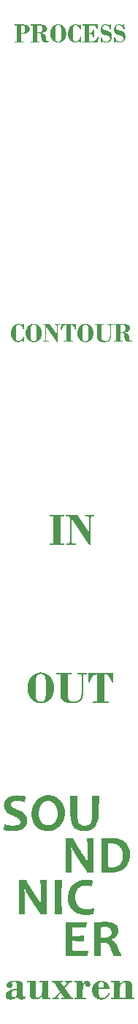
<source format=gts>
G04 Layer_Color=8388736*
%FSLAX25Y25*%
%MOIN*%
G70*
G01*
G75*
G36*
X25349Y336789D02*
X24983D01*
X24908Y336780D01*
X24808Y336772D01*
X24708Y336755D01*
X24616Y336730D01*
X24533Y336697D01*
X24475Y336647D01*
X24466Y336639D01*
X24458Y336622D01*
X24441Y336580D01*
X24425Y336522D01*
X24400Y336447D01*
X24383Y336347D01*
X24375Y336230D01*
X24366Y336081D01*
Y328892D01*
X23933D01*
X19069Y336089D01*
Y330174D01*
Y330166D01*
Y330150D01*
Y330124D01*
Y330091D01*
X19077Y330008D01*
X19085Y329908D01*
X19094Y329800D01*
X19110Y329691D01*
X19135Y329600D01*
X19152Y329566D01*
X19169Y329533D01*
X19177Y329525D01*
X19194Y329517D01*
X19227Y329491D01*
X19285Y329467D01*
X19360Y329441D01*
X19460Y329425D01*
X19585Y329408D01*
X19660Y329400D01*
X20226D01*
Y329000D01*
X17627D01*
Y329400D01*
X18027D01*
X18111Y329408D01*
X18211Y329416D01*
X18311Y329441D01*
X18410Y329467D01*
X18485Y329508D01*
X18519Y329533D01*
X18544Y329558D01*
X18552Y329566D01*
X18560Y329591D01*
X18577Y329650D01*
X18594Y329733D01*
X18602Y329783D01*
X18610Y329841D01*
X18619Y329916D01*
X18627Y330000D01*
X18635Y330091D01*
X18644Y330191D01*
Y330308D01*
Y330433D01*
Y336081D01*
Y336089D01*
Y336097D01*
Y336122D01*
Y336156D01*
X18635Y336230D01*
Y336330D01*
X18619Y336430D01*
X18602Y336522D01*
X18585Y336605D01*
X18552Y336664D01*
X18544Y336672D01*
X18535Y336680D01*
X18502Y336705D01*
X18452Y336730D01*
X18385Y336747D01*
X18294Y336772D01*
X18177Y336780D01*
X18036Y336789D01*
X17594D01*
Y337188D01*
X20676D01*
X23942Y332374D01*
Y335889D01*
Y335897D01*
Y335914D01*
Y335939D01*
Y335981D01*
X23933Y336072D01*
X23925Y336189D01*
X23917Y336314D01*
X23892Y336430D01*
X23867Y336539D01*
X23842Y336580D01*
X23825Y336614D01*
X23817Y336622D01*
X23800Y336639D01*
X23767Y336672D01*
X23717Y336705D01*
X23633Y336730D01*
X23533Y336764D01*
X23408Y336780D01*
X23334Y336789D01*
X22867D01*
Y337188D01*
X25349D01*
Y336789D01*
D02*
G37*
G36*
X49780Y173689D02*
X49156D01*
Y173702D01*
X49142Y173730D01*
Y173786D01*
X49114Y173855D01*
X49100Y173938D01*
X49073Y174036D01*
X49045Y174161D01*
X49003Y174285D01*
X48906Y174563D01*
X48795Y174882D01*
X48642Y175229D01*
X48476Y175590D01*
X48281Y175937D01*
X48059Y176284D01*
X47809Y176603D01*
X47518Y176881D01*
X47365Y177020D01*
X47199Y177131D01*
X47032Y177228D01*
X46852Y177311D01*
X46657Y177381D01*
X46463Y177436D01*
X46255Y177464D01*
X46033Y177478D01*
X45727D01*
Y165166D01*
X47796D01*
Y164500D01*
X40342D01*
Y165166D01*
X42396D01*
Y177478D01*
X42063D01*
X41994Y177464D01*
X41869Y177450D01*
X41702Y177422D01*
X41522Y177367D01*
X41300Y177284D01*
X41064Y177159D01*
X40814Y177006D01*
X40550Y176798D01*
X40411Y176687D01*
X40286Y176548D01*
X40148Y176409D01*
X40023Y176242D01*
X39898Y176076D01*
X39773Y175882D01*
X39648Y175673D01*
X39537Y175451D01*
X39426Y175201D01*
X39315Y174938D01*
X39218Y174660D01*
X39121Y174355D01*
X39037Y174036D01*
X38968Y173689D01*
X38343D01*
X38427Y178144D01*
X49697D01*
X49780Y173689D01*
D02*
G37*
G36*
X24725Y473797D02*
X24825Y473788D01*
X24942Y473772D01*
X25092Y473747D01*
X25250Y473713D01*
X25425Y473672D01*
X25617Y473613D01*
X25817Y473538D01*
X26025Y473447D01*
X26241Y473339D01*
X26458Y473214D01*
X26683Y473072D01*
X26899Y472897D01*
X27108Y472706D01*
X27124Y472689D01*
X27158Y472655D01*
X27208Y472589D01*
X27283Y472506D01*
X27366Y472389D01*
X27457Y472247D01*
X27566Y472089D01*
X27666Y471906D01*
X27774Y471689D01*
X27874Y471456D01*
X27966Y471198D01*
X28049Y470923D01*
X28124Y470615D01*
X28174Y470290D01*
X28216Y469940D01*
X28224Y469573D01*
Y469565D01*
Y469548D01*
Y469523D01*
Y469490D01*
Y469448D01*
X28216Y469390D01*
X28207Y469257D01*
X28190Y469099D01*
X28166Y468915D01*
X28132Y468707D01*
X28091Y468482D01*
X28032Y468241D01*
X27966Y467999D01*
X27882Y467741D01*
X27774Y467491D01*
X27657Y467241D01*
X27516Y466991D01*
X27349Y466758D01*
X27166Y466533D01*
X27158Y466516D01*
X27116Y466483D01*
X27058Y466425D01*
X26974Y466358D01*
X26874Y466266D01*
X26758Y466175D01*
X26608Y466066D01*
X26449Y465967D01*
X26275Y465858D01*
X26075Y465750D01*
X25866Y465658D01*
X25642Y465567D01*
X25400Y465500D01*
X25142Y465442D01*
X24875Y465408D01*
X24592Y465392D01*
X24517D01*
X24434Y465400D01*
X24317Y465408D01*
X24184Y465425D01*
X24017Y465458D01*
X23842Y465492D01*
X23642Y465542D01*
X23434Y465608D01*
X23217Y465683D01*
X22993Y465783D01*
X22776Y465900D01*
X22551Y466041D01*
X22326Y466200D01*
X22118Y466391D01*
X21918Y466600D01*
X21910Y466616D01*
X21876Y466658D01*
X21826Y466724D01*
X21760Y466816D01*
X21685Y466941D01*
X21593Y467083D01*
X21501Y467249D01*
X21410Y467433D01*
X21310Y467641D01*
X21218Y467874D01*
X21135Y468124D01*
X21052Y468391D01*
X20985Y468674D01*
X20935Y468974D01*
X20902Y469290D01*
X20893Y469623D01*
Y469632D01*
Y469648D01*
Y469673D01*
Y469707D01*
X20902Y469748D01*
Y469798D01*
X20910Y469932D01*
X20927Y470090D01*
X20952Y470265D01*
X20985Y470473D01*
X21027Y470690D01*
X21085Y470923D01*
X21160Y471164D01*
X21243Y471414D01*
X21352Y471672D01*
X21476Y471922D01*
X21618Y472164D01*
X21785Y472406D01*
X21976Y472631D01*
X21993Y472647D01*
X22026Y472681D01*
X22085Y472739D01*
X22168Y472814D01*
X22276Y472905D01*
X22401Y473005D01*
X22543Y473105D01*
X22709Y473222D01*
X22893Y473330D01*
X23093Y473430D01*
X23301Y473530D01*
X23534Y473622D01*
X23776Y473697D01*
X24034Y473755D01*
X24300Y473788D01*
X24584Y473805D01*
X24650D01*
X24725Y473797D01*
D02*
G37*
G36*
X49648Y336789D02*
X49182D01*
X49106Y336780D01*
X49015Y336772D01*
X48923Y336764D01*
X48832Y336747D01*
X48748Y336714D01*
X48723Y336697D01*
X48698Y336680D01*
Y336672D01*
X48682Y336655D01*
X48665Y336622D01*
X48648Y336564D01*
X48632Y336489D01*
X48615Y336389D01*
X48607Y336255D01*
X48598Y336180D01*
Y336097D01*
Y331857D01*
Y331849D01*
Y331824D01*
Y331782D01*
Y331724D01*
X48590Y331657D01*
Y331574D01*
X48582Y331482D01*
Y331382D01*
X48557Y331166D01*
X48532Y330924D01*
X48490Y330683D01*
X48440Y330449D01*
Y330441D01*
X48432Y330424D01*
X48423Y330391D01*
X48407Y330349D01*
X48382Y330291D01*
X48357Y330233D01*
X48282Y330083D01*
X48232Y330008D01*
X48174Y329916D01*
X48099Y329825D01*
X48024Y329733D01*
X47940Y329641D01*
X47840Y329550D01*
X47732Y329458D01*
X47616Y329366D01*
X47607Y329358D01*
X47582Y329350D01*
X47549Y329325D01*
X47491Y329292D01*
X47416Y329258D01*
X47332Y329217D01*
X47232Y329175D01*
X47107Y329133D01*
X46974Y329083D01*
X46824Y329042D01*
X46649Y329000D01*
X46466Y328967D01*
X46266Y328933D01*
X46049Y328908D01*
X45808Y328900D01*
X45558Y328892D01*
X45433D01*
X45366Y328900D01*
X45291D01*
X45200Y328908D01*
X45108Y328917D01*
X44883Y328933D01*
X44642Y328958D01*
X44392Y329000D01*
X44125Y329058D01*
X44117D01*
X44092Y329067D01*
X44059Y329075D01*
X44009Y329092D01*
X43950Y329108D01*
X43884Y329133D01*
X43725Y329192D01*
X43542Y329275D01*
X43359Y329375D01*
X43167Y329500D01*
X42992Y329650D01*
X42984Y329658D01*
X42976Y329666D01*
X42951Y329691D01*
X42926Y329725D01*
X42851Y329808D01*
X42759Y329916D01*
X42667Y330050D01*
X42576Y330200D01*
X42501Y330358D01*
X42443Y330524D01*
Y330533D01*
X42434Y330541D01*
Y330566D01*
X42426Y330608D01*
X42418Y330649D01*
X42409Y330699D01*
X42393Y330824D01*
X42368Y330982D01*
X42351Y331157D01*
X42343Y331357D01*
X42334Y331574D01*
Y336789D01*
X41260D01*
Y337188D01*
X45458D01*
Y336789D01*
X44333D01*
Y331499D01*
Y331482D01*
Y331441D01*
Y331382D01*
X44342Y331291D01*
X44350Y331191D01*
X44358Y331074D01*
X44375Y330949D01*
X44392Y330816D01*
X44442Y330524D01*
X44525Y330250D01*
X44583Y330116D01*
X44642Y330000D01*
X44708Y329891D01*
X44792Y329800D01*
X44800Y329791D01*
X44817Y329783D01*
X44842Y329758D01*
X44875Y329733D01*
X44925Y329700D01*
X44983Y329666D01*
X45050Y329625D01*
X45125Y329591D01*
X45208Y329550D01*
X45308Y329508D01*
X45408Y329475D01*
X45525Y329441D01*
X45641Y329416D01*
X45774Y329392D01*
X45916Y329383D01*
X46058Y329375D01*
X46158D01*
X46208Y329383D01*
X46274D01*
X46416Y329400D01*
X46583Y329433D01*
X46758Y329467D01*
X46949Y329525D01*
X47132Y329600D01*
X47141D01*
X47157Y329608D01*
X47182Y329625D01*
X47216Y329641D01*
X47299Y329691D01*
X47407Y329766D01*
X47532Y329866D01*
X47657Y329983D01*
X47782Y330116D01*
X47890Y330275D01*
Y330283D01*
X47899Y330299D01*
X47915Y330325D01*
X47932Y330366D01*
X47957Y330416D01*
X47982Y330474D01*
X48007Y330549D01*
X48032Y330641D01*
X48057Y330741D01*
X48082Y330858D01*
X48107Y330982D01*
X48132Y331124D01*
X48149Y331274D01*
X48165Y331441D01*
X48174Y331624D01*
Y331824D01*
Y336147D01*
Y336156D01*
Y336164D01*
Y336214D01*
Y336289D01*
X48165Y336372D01*
X48157Y336455D01*
X48149Y336547D01*
X48132Y336622D01*
X48115Y336672D01*
Y336680D01*
X48099Y336689D01*
X48074Y336705D01*
X48032Y336730D01*
X47965Y336755D01*
X47874Y336772D01*
X47815Y336780D01*
X47749D01*
X47682Y336789D01*
X47041D01*
Y337188D01*
X49648D01*
Y336789D01*
D02*
G37*
G36*
X32663Y334514D02*
X32288D01*
Y334523D01*
X32280Y334539D01*
Y334573D01*
X32263Y334614D01*
X32255Y334664D01*
X32238Y334723D01*
X32222Y334798D01*
X32197Y334873D01*
X32138Y335039D01*
X32072Y335231D01*
X31980Y335439D01*
X31880Y335656D01*
X31763Y335864D01*
X31630Y336072D01*
X31480Y336264D01*
X31305Y336430D01*
X31214Y336514D01*
X31114Y336580D01*
X31014Y336639D01*
X30906Y336689D01*
X30789Y336730D01*
X30672Y336764D01*
X30547Y336780D01*
X30414Y336789D01*
X30231D01*
Y329400D01*
X31472D01*
Y329000D01*
X26999D01*
Y329400D01*
X28232D01*
Y336789D01*
X28032D01*
X27990Y336780D01*
X27915Y336772D01*
X27815Y336755D01*
X27707Y336722D01*
X27573Y336672D01*
X27432Y336597D01*
X27282Y336505D01*
X27124Y336380D01*
X27040Y336314D01*
X26965Y336230D01*
X26882Y336147D01*
X26807Y336047D01*
X26732Y335947D01*
X26657Y335831D01*
X26582Y335706D01*
X26516Y335572D01*
X26449Y335422D01*
X26382Y335264D01*
X26324Y335098D01*
X26266Y334914D01*
X26216Y334723D01*
X26174Y334514D01*
X25799D01*
X25849Y337188D01*
X32613D01*
X32663Y334514D01*
D02*
G37*
G36*
X44389Y37925D02*
X44527Y37911D01*
X44680Y37883D01*
X44861Y37856D01*
X45041Y37814D01*
X45249Y37773D01*
X45457Y37703D01*
X45679Y37620D01*
X45902Y37536D01*
X46124Y37412D01*
X46360Y37287D01*
X46582Y37134D01*
X46790Y36967D01*
X46804Y36954D01*
X46845Y36926D01*
X46901Y36870D01*
X46970Y36787D01*
X47054Y36690D01*
X47165Y36565D01*
X47276Y36412D01*
X47387Y36246D01*
X47498Y36051D01*
X47623Y35843D01*
X47734Y35607D01*
X47831Y35344D01*
X47928Y35052D01*
X48011Y34747D01*
X48081Y34413D01*
X48122Y34067D01*
X43112D01*
Y32734D01*
Y32720D01*
Y32665D01*
Y32581D01*
Y32484D01*
X43126Y32359D01*
Y32207D01*
X43139Y32054D01*
X43153Y31887D01*
X43181Y31526D01*
X43223Y31166D01*
X43264Y30999D01*
X43292Y30846D01*
X43348Y30708D01*
X43389Y30583D01*
X43403Y30555D01*
X43445Y30485D01*
X43528Y30402D01*
X43653Y30291D01*
X43833Y30180D01*
X43931Y30138D01*
X44055Y30097D01*
X44180Y30055D01*
X44333Y30027D01*
X44500Y30014D01*
X44680Y30000D01*
X44763D01*
X44833Y30014D01*
X44902D01*
X44999Y30027D01*
X45208Y30069D01*
X45471Y30138D01*
X45735Y30236D01*
X46026Y30374D01*
X46318Y30555D01*
X46332Y30569D01*
X46346Y30583D01*
X46387Y30610D01*
X46443Y30666D01*
X46512Y30721D01*
X46582Y30805D01*
X46665Y30888D01*
X46762Y30985D01*
X46859Y31110D01*
X46956Y31235D01*
X47054Y31388D01*
X47151Y31540D01*
X47248Y31721D01*
X47345Y31915D01*
X47428Y32109D01*
X47512Y32331D01*
X48122D01*
Y32318D01*
X48108Y32262D01*
X48081Y32179D01*
X48053Y32082D01*
X47997Y31957D01*
X47942Y31804D01*
X47886Y31637D01*
X47803Y31471D01*
X47609Y31082D01*
X47373Y30708D01*
X47220Y30513D01*
X47067Y30333D01*
X46901Y30166D01*
X46720Y30014D01*
X46707Y30000D01*
X46679Y29986D01*
X46623Y29944D01*
X46540Y29889D01*
X46443Y29833D01*
X46332Y29778D01*
X46193Y29708D01*
X46040Y29639D01*
X45860Y29555D01*
X45679Y29486D01*
X45471Y29431D01*
X45263Y29375D01*
X44791Y29278D01*
X44541Y29264D01*
X44278Y29250D01*
X44194D01*
X44097Y29264D01*
X43958Y29278D01*
X43792Y29292D01*
X43597Y29320D01*
X43389Y29361D01*
X43167Y29417D01*
X42917Y29486D01*
X42667Y29569D01*
X42404Y29680D01*
X42140Y29819D01*
X41890Y29972D01*
X41640Y30138D01*
X41390Y30347D01*
X41168Y30583D01*
X41155Y30597D01*
X41113Y30638D01*
X41057Y30721D01*
X40988Y30819D01*
X40905Y30944D01*
X40794Y31096D01*
X40696Y31277D01*
X40585Y31471D01*
X40474Y31679D01*
X40377Y31915D01*
X40280Y32165D01*
X40183Y32443D01*
X40113Y32720D01*
X40058Y33026D01*
X40016Y33331D01*
X40003Y33650D01*
Y33664D01*
Y33720D01*
X40016Y33817D01*
Y33928D01*
X40044Y34080D01*
X40072Y34247D01*
X40100Y34441D01*
X40155Y34650D01*
X40211Y34872D01*
X40294Y35107D01*
X40391Y35357D01*
X40502Y35607D01*
X40641Y35857D01*
X40794Y36121D01*
X40974Y36371D01*
X41182Y36620D01*
X41196Y36634D01*
X41238Y36676D01*
X41307Y36745D01*
X41390Y36829D01*
X41515Y36926D01*
X41654Y37037D01*
X41807Y37162D01*
X42001Y37287D01*
X42195Y37398D01*
X42418Y37523D01*
X42667Y37634D01*
X42931Y37731D01*
X43209Y37814D01*
X43500Y37883D01*
X43819Y37925D01*
X44139Y37939D01*
X44291D01*
X44389Y37925D01*
D02*
G37*
G36*
X19960Y30097D02*
X21126D01*
Y29500D01*
X18724D01*
X18433Y29486D01*
X18169Y29472D01*
X18044D01*
X17919Y29458D01*
X17822D01*
X17739Y29445D01*
X17725D01*
X17683Y29431D01*
X17614Y29417D01*
X17531Y29403D01*
X17350Y29375D01*
X17253D01*
X17184Y29361D01*
Y31027D01*
X17142D01*
Y31013D01*
X17128Y30999D01*
X17100Y30957D01*
X17059Y30902D01*
X16962Y30763D01*
X16837Y30583D01*
X16656Y30388D01*
X16448Y30180D01*
X16198Y29986D01*
X15907Y29805D01*
X15893D01*
X15865Y29792D01*
X15823Y29764D01*
X15768Y29736D01*
X15685Y29708D01*
X15601Y29667D01*
X15379Y29583D01*
X15116Y29500D01*
X14810Y29431D01*
X14477Y29375D01*
X14130Y29361D01*
X13977D01*
X13894Y29375D01*
X13811D01*
X13589Y29403D01*
X13339Y29445D01*
X13089Y29514D01*
X12812Y29597D01*
X12562Y29722D01*
X12534Y29736D01*
X12465Y29792D01*
X12353Y29861D01*
X12229Y29958D01*
X12090Y30083D01*
X11951Y30208D01*
X11840Y30361D01*
X11757Y30527D01*
Y30555D01*
X11729Y30610D01*
X11701Y30721D01*
X11673Y30874D01*
X11646Y31068D01*
X11618Y31318D01*
X11604Y31610D01*
X11590Y31943D01*
Y37065D01*
X10424D01*
Y37689D01*
X14366D01*
Y32262D01*
Y32248D01*
Y32207D01*
Y32151D01*
Y32068D01*
Y31971D01*
Y31846D01*
X14380Y31596D01*
X14394Y31318D01*
X14408Y31055D01*
X14435Y30805D01*
X14449Y30708D01*
X14463Y30624D01*
Y30610D01*
X14491Y30569D01*
X14519Y30499D01*
X14574Y30430D01*
X14644Y30361D01*
X14755Y30291D01*
X14880Y30250D01*
X15046Y30236D01*
X15074D01*
X15130Y30250D01*
X15241Y30263D01*
X15379Y30291D01*
X15546Y30347D01*
X15726Y30416D01*
X15948Y30527D01*
X16171Y30666D01*
X16184D01*
X16198Y30680D01*
X16268Y30749D01*
X16379Y30832D01*
X16504Y30957D01*
X16642Y31110D01*
X16781Y31277D01*
X16892Y31457D01*
X16989Y31665D01*
X17003Y31693D01*
X17017Y31762D01*
X17045Y31901D01*
X17087Y32068D01*
X17128Y32290D01*
X17156Y32568D01*
X17170Y32873D01*
X17184Y33234D01*
Y37065D01*
X15837D01*
Y37689D01*
X19960D01*
Y30097D01*
D02*
G37*
G36*
X6615Y337297D02*
X6690Y337288D01*
X6782Y337272D01*
X6882Y337255D01*
X6998Y337230D01*
X7115Y337197D01*
X7240Y337155D01*
X7373Y337113D01*
X7515Y337055D01*
X7648Y336980D01*
X7790Y336905D01*
X7931Y336813D01*
X8065Y336705D01*
X8073Y336714D01*
X8115Y336739D01*
X8165Y336780D01*
X8223Y336822D01*
X8298Y336880D01*
X8373Y336947D01*
X8448Y337014D01*
X8523Y337088D01*
X8873D01*
X8923Y334806D01*
X8523D01*
Y334814D01*
X8514Y334831D01*
X8506Y334856D01*
X8498Y334898D01*
X8481Y334948D01*
X8465Y334998D01*
X8415Y335131D01*
X8348Y335289D01*
X8273Y335472D01*
X8173Y335664D01*
X8065Y335856D01*
X7931Y336055D01*
X7790Y336239D01*
X7623Y336422D01*
X7440Y336580D01*
X7232Y336714D01*
X7123Y336764D01*
X7015Y336813D01*
X6890Y336855D01*
X6774Y336880D01*
X6640Y336897D01*
X6507Y336905D01*
X6440D01*
X6399Y336897D01*
X6340Y336889D01*
X6282Y336872D01*
X6140Y336830D01*
X6065Y336805D01*
X5982Y336764D01*
X5907Y336714D01*
X5824Y336664D01*
X5749Y336589D01*
X5682Y336514D01*
X5616Y336422D01*
X5557Y336322D01*
Y336314D01*
X5549Y336297D01*
X5532Y336255D01*
X5516Y336206D01*
X5491Y336130D01*
X5466Y336047D01*
X5441Y335939D01*
X5416Y335806D01*
X5391Y335664D01*
X5366Y335489D01*
X5341Y335297D01*
X5316Y335081D01*
X5299Y334839D01*
X5282Y334573D01*
X5274Y334281D01*
Y333965D01*
Y333956D01*
Y333931D01*
Y333881D01*
Y333823D01*
Y333748D01*
Y333657D01*
Y333557D01*
Y333440D01*
X5282Y333315D01*
Y333182D01*
Y333032D01*
Y332882D01*
X5291Y332565D01*
X5299Y332232D01*
X5307Y331882D01*
X5324Y331541D01*
X5341Y331207D01*
X5357Y330891D01*
X5366Y330749D01*
X5382Y330608D01*
X5391Y330474D01*
X5407Y330349D01*
X5424Y330241D01*
X5441Y330150D01*
X5457Y330058D01*
X5474Y329991D01*
Y329983D01*
X5482Y329966D01*
X5499Y329933D01*
X5516Y329891D01*
X5582Y329783D01*
X5624Y329716D01*
X5674Y329658D01*
X5732Y329600D01*
X5799Y329533D01*
X5874Y329483D01*
X5965Y329433D01*
X6057Y329383D01*
X6174Y329350D01*
X6290Y329333D01*
X6424Y329325D01*
X6440D01*
X6490Y329333D01*
X6565Y329342D01*
X6673Y329358D01*
X6798Y329392D01*
X6940Y329441D01*
X7098Y329508D01*
X7273Y329600D01*
X7448Y329708D01*
X7632Y329858D01*
X7723Y329941D01*
X7815Y330033D01*
X7915Y330133D01*
X7998Y330241D01*
X8090Y330358D01*
X8181Y330483D01*
X8265Y330624D01*
X8348Y330774D01*
X8431Y330941D01*
X8506Y331107D01*
X8581Y331291D01*
X8648Y331491D01*
X9048D01*
X8923Y328967D01*
X8523D01*
X8514Y328975D01*
X8489Y329008D01*
X8448Y329058D01*
X8398Y329125D01*
X8331Y329208D01*
X8256Y329308D01*
X8165Y329408D01*
X8065Y329525D01*
X8056Y329517D01*
X8031Y329500D01*
X7981Y329467D01*
X7923Y329425D01*
X7848Y329375D01*
X7756Y329325D01*
X7656Y329267D01*
X7540Y329208D01*
X7415Y329150D01*
X7282Y329092D01*
X7132Y329042D01*
X6973Y328992D01*
X6815Y328950D01*
X6640Y328917D01*
X6465Y328900D01*
X6282Y328892D01*
X6224D01*
X6157Y328900D01*
X6065Y328908D01*
X5957Y328925D01*
X5824Y328950D01*
X5674Y328983D01*
X5516Y329033D01*
X5341Y329092D01*
X5158Y329158D01*
X4974Y329250D01*
X4774Y329358D01*
X4583Y329483D01*
X4383Y329625D01*
X4191Y329800D01*
X4000Y329991D01*
X3991Y330008D01*
X3958Y330041D01*
X3908Y330108D01*
X3841Y330191D01*
X3766Y330308D01*
X3683Y330441D01*
X3591Y330599D01*
X3500Y330783D01*
X3408Y330991D01*
X3317Y331216D01*
X3233Y331466D01*
X3158Y331741D01*
X3092Y332032D01*
X3042Y332340D01*
X3008Y332674D01*
X3000Y333023D01*
Y333032D01*
Y333048D01*
Y333073D01*
Y333107D01*
Y333157D01*
X3008Y333207D01*
X3017Y333340D01*
X3033Y333498D01*
X3050Y333690D01*
X3083Y333898D01*
X3125Y334123D01*
X3175Y334365D01*
X3242Y334614D01*
X3325Y334873D01*
X3416Y335131D01*
X3533Y335389D01*
X3666Y335639D01*
X3816Y335881D01*
X3991Y336114D01*
X4000Y336130D01*
X4041Y336164D01*
X4091Y336222D01*
X4174Y336297D01*
X4266Y336389D01*
X4383Y336489D01*
X4524Y336597D01*
X4674Y336714D01*
X4849Y336822D01*
X5032Y336930D01*
X5241Y337030D01*
X5457Y337122D01*
X5691Y337197D01*
X5932Y337255D01*
X6199Y337288D01*
X6465Y337305D01*
X6549D01*
X6615Y337297D01*
D02*
G37*
G36*
X5400Y37925D02*
X5538D01*
X5705Y37911D01*
X5872Y37897D01*
X6260Y37842D01*
X6677Y37786D01*
X7079Y37689D01*
X7468Y37564D01*
X7482D01*
X7509Y37550D01*
X7565Y37523D01*
X7620Y37495D01*
X7773Y37384D01*
X7870Y37314D01*
X7967Y37217D01*
X8051Y37120D01*
X8148Y37009D01*
X8231Y36870D01*
X8301Y36718D01*
X8356Y36551D01*
X8412Y36357D01*
X8439Y36149D01*
X8453Y35913D01*
Y31624D01*
Y31610D01*
Y31582D01*
Y31526D01*
X8467Y31457D01*
X8481Y31277D01*
X8536Y31082D01*
X8606Y30874D01*
X8717Y30694D01*
X8786Y30624D01*
X8870Y30569D01*
X8953Y30541D01*
X9064Y30527D01*
X9092D01*
X9133Y30541D01*
X9189Y30555D01*
X9258Y30569D01*
X9342Y30610D01*
X9439Y30652D01*
X9550Y30721D01*
X9827Y30250D01*
X9814Y30236D01*
X9786Y30208D01*
X9744Y30152D01*
X9675Y30097D01*
X9591Y30014D01*
X9494Y29930D01*
X9383Y29847D01*
X9244Y29750D01*
X8953Y29569D01*
X8606Y29403D01*
X8426Y29347D01*
X8231Y29292D01*
X8023Y29264D01*
X7815Y29250D01*
X7759D01*
X7704Y29264D01*
X7620D01*
X7509Y29292D01*
X7398Y29320D01*
X7260Y29347D01*
X7121Y29403D01*
X6968Y29472D01*
X6802Y29555D01*
X6635Y29653D01*
X6468Y29764D01*
X6302Y29902D01*
X6135Y30069D01*
X5969Y30263D01*
X5816Y30472D01*
X5802Y30458D01*
X5760Y30416D01*
X5677Y30361D01*
X5580Y30277D01*
X5455Y30194D01*
X5302Y30083D01*
X5136Y29972D01*
X4942Y29861D01*
X4733Y29750D01*
X4511Y29639D01*
X4262Y29528D01*
X4012Y29445D01*
X3734Y29361D01*
X3456Y29306D01*
X3165Y29264D01*
X2860Y29250D01*
X2749D01*
X2679Y29264D01*
X2582D01*
X2485Y29278D01*
X2235Y29320D01*
X1957Y29389D01*
X1666Y29486D01*
X1388Y29625D01*
X1125Y29819D01*
Y29833D01*
X1097Y29847D01*
X1027Y29916D01*
X930Y30041D01*
X819Y30208D01*
X694Y30416D01*
X597Y30666D01*
X528Y30944D01*
X514Y31096D01*
X500Y31249D01*
Y31263D01*
Y31277D01*
Y31318D01*
X514Y31360D01*
X528Y31499D01*
X583Y31679D01*
X653Y31887D01*
X778Y32123D01*
X930Y32373D01*
X1027Y32498D01*
X1152Y32637D01*
X1277Y32762D01*
X1416Y32901D01*
X1583Y33026D01*
X1763Y33164D01*
X1957Y33289D01*
X2180Y33400D01*
X2429Y33525D01*
X2679Y33636D01*
X2971Y33733D01*
X3276Y33831D01*
X3609Y33914D01*
X3970Y33997D01*
X4359Y34053D01*
X4761Y34108D01*
X5205Y34150D01*
X5677Y34178D01*
Y35996D01*
Y36010D01*
Y36024D01*
Y36065D01*
Y36121D01*
X5663Y36246D01*
X5649Y36412D01*
X5636Y36579D01*
X5594Y36759D01*
X5552Y36912D01*
X5483Y37051D01*
X5469Y37065D01*
X5441Y37092D01*
X5386Y37148D01*
X5302Y37203D01*
X5178Y37259D01*
X5011Y37314D01*
X4803Y37342D01*
X4553Y37356D01*
X4456D01*
X4345Y37342D01*
X4206Y37328D01*
X4053Y37314D01*
X3901Y37287D01*
X3748Y37231D01*
X3609Y37176D01*
X3595Y37162D01*
X3554Y37148D01*
X3498Y37106D01*
X3443Y37065D01*
X3387Y37009D01*
X3331Y36954D01*
X3290Y36884D01*
X3276Y36815D01*
Y36787D01*
X3304Y36718D01*
X3331Y36662D01*
X3373Y36607D01*
X3429Y36523D01*
X3512Y36440D01*
X3526Y36426D01*
X3554Y36398D01*
X3581Y36343D01*
X3637Y36273D01*
X3678Y36190D01*
X3706Y36079D01*
X3734Y35968D01*
X3748Y35829D01*
Y35802D01*
Y35746D01*
X3734Y35649D01*
X3692Y35524D01*
X3651Y35371D01*
X3581Y35232D01*
X3484Y35080D01*
X3345Y34927D01*
X3331Y34913D01*
X3276Y34872D01*
X3193Y34802D01*
X3068Y34747D01*
X2929Y34677D01*
X2749Y34608D01*
X2554Y34566D01*
X2346Y34552D01*
X2249D01*
X2152Y34566D01*
X2027Y34594D01*
X1874Y34636D01*
X1721Y34705D01*
X1555Y34788D01*
X1402Y34913D01*
X1388Y34927D01*
X1347Y34983D01*
X1277Y35052D01*
X1208Y35163D01*
X1139Y35288D01*
X1069Y35441D01*
X1027Y35607D01*
X1014Y35788D01*
Y35802D01*
Y35829D01*
X1027Y35871D01*
Y35940D01*
X1041Y36010D01*
X1069Y36107D01*
X1152Y36315D01*
X1208Y36426D01*
X1277Y36551D01*
X1361Y36676D01*
X1458Y36801D01*
X1583Y36926D01*
X1721Y37051D01*
X1888Y37176D01*
X2068Y37301D01*
X2082Y37314D01*
X2124Y37328D01*
X2180Y37356D01*
X2263Y37398D01*
X2374Y37453D01*
X2513Y37509D01*
X2665Y37564D01*
X2846Y37620D01*
X3040Y37675D01*
X3262Y37731D01*
X3498Y37786D01*
X3762Y37842D01*
X4053Y37883D01*
X4359Y37911D01*
X4678Y37939D01*
X5275D01*
X5400Y37925D01*
D02*
G37*
G36*
X42685Y471406D02*
X42285D01*
X42276Y471423D01*
X42268Y471456D01*
X42243Y471514D01*
X42218Y471589D01*
X42177Y471681D01*
X42135Y471789D01*
X42077Y471906D01*
X42018Y472031D01*
X41877Y472281D01*
X41710Y472531D01*
X41618Y472647D01*
X41527Y472755D01*
X41427Y472847D01*
X41319Y472922D01*
X41310Y472930D01*
X41294Y472939D01*
X41260Y472955D01*
X41219Y472980D01*
X41160Y473005D01*
X41094Y473039D01*
X41010Y473072D01*
X40919Y473105D01*
X40819Y473139D01*
X40702Y473172D01*
X40577Y473205D01*
X40444Y473230D01*
X40302Y473255D01*
X40144Y473272D01*
X39986Y473289D01*
X38753D01*
Y469832D01*
X39070D01*
X39128Y469840D01*
X39211Y469857D01*
X39311Y469873D01*
X39428Y469907D01*
X39544Y469956D01*
X39678Y470015D01*
X39803Y470090D01*
X39936Y470190D01*
X40061Y470306D01*
X40177Y470440D01*
X40277Y470606D01*
X40369Y470806D01*
X40444Y471023D01*
X40469Y471148D01*
X40494Y471281D01*
X40894D01*
Y467932D01*
X40494D01*
Y467941D01*
Y467949D01*
X40486Y467999D01*
X40477Y468074D01*
X40452Y468166D01*
X40427Y468282D01*
X40386Y468407D01*
X40336Y468540D01*
X40269Y468682D01*
X40186Y468824D01*
X40086Y468957D01*
X39961Y469082D01*
X39819Y469199D01*
X39661Y469290D01*
X39469Y469365D01*
X39253Y469415D01*
X39136Y469432D01*
X38753D01*
Y465900D01*
X40194D01*
X40227Y465908D01*
X40269D01*
X40319Y465916D01*
X40444Y465933D01*
X40594Y465967D01*
X40760Y466016D01*
X40944Y466091D01*
X41144Y466183D01*
X41344Y466308D01*
X41443Y466375D01*
X41552Y466458D01*
X41652Y466541D01*
X41752Y466641D01*
X41852Y466749D01*
X41943Y466866D01*
X42043Y466991D01*
X42135Y467124D01*
X42218Y467274D01*
X42301Y467433D01*
X42377Y467599D01*
X42443Y467782D01*
X42510Y467974D01*
X42568Y468182D01*
X42993D01*
X42818Y465500D01*
X35713D01*
Y465900D01*
X36754D01*
Y473289D01*
X35713D01*
Y473688D01*
X42576D01*
X42685Y471406D01*
D02*
G37*
G36*
X46342Y473797D02*
X46417Y473788D01*
X46492Y473780D01*
X46583Y473763D01*
X46683Y473738D01*
X46791Y473713D01*
X46908Y473680D01*
X47033Y473638D01*
X47166Y473580D01*
X47291Y473522D01*
X47433Y473455D01*
X47566Y473372D01*
X47708Y473280D01*
X47716Y473289D01*
X47749Y473305D01*
X47799Y473339D01*
X47866Y473380D01*
X47941Y473430D01*
X48024Y473489D01*
X48124Y473563D01*
X48224Y473647D01*
X48624D01*
X48724Y471456D01*
X48232D01*
X48224Y471473D01*
X48216Y471506D01*
X48191Y471556D01*
X48166Y471631D01*
X48124Y471723D01*
X48083Y471823D01*
X48033Y471931D01*
X47974Y472056D01*
X47841Y472306D01*
X47691Y472555D01*
X47616Y472672D01*
X47533Y472780D01*
X47441Y472880D01*
X47350Y472972D01*
X47341Y472980D01*
X47324Y472989D01*
X47300Y473014D01*
X47266Y473039D01*
X47216Y473072D01*
X47158Y473105D01*
X47091Y473147D01*
X47016Y473189D01*
X46841Y473272D01*
X46641Y473339D01*
X46417Y473388D01*
X46292Y473397D01*
X46167Y473405D01*
X46108D01*
X46067Y473397D01*
X46017D01*
X45958Y473388D01*
X45825Y473355D01*
X45667Y473314D01*
X45509Y473247D01*
X45342Y473155D01*
X45267Y473097D01*
X45192Y473030D01*
X45175Y473014D01*
X45134Y472964D01*
X45067Y472889D01*
X45000Y472780D01*
X44934Y472655D01*
X44867Y472506D01*
X44826Y472339D01*
X44817Y472256D01*
X44809Y472164D01*
Y472156D01*
Y472139D01*
Y472106D01*
X44817Y472064D01*
Y472014D01*
X44834Y471964D01*
X44859Y471839D01*
X44909Y471698D01*
X44976Y471556D01*
X45075Y471431D01*
X45142Y471381D01*
X45209Y471331D01*
X45217D01*
X45225Y471323D01*
X45250Y471306D01*
X45284Y471289D01*
X45334Y471273D01*
X45384Y471248D01*
X45450Y471223D01*
X45534Y471189D01*
X45625Y471164D01*
X45725Y471123D01*
X45834Y471089D01*
X45958Y471056D01*
X46100Y471014D01*
X46250Y470973D01*
X46417Y470939D01*
X46591Y470898D01*
X46608D01*
X46658Y470881D01*
X46733Y470864D01*
X46833Y470840D01*
X46958Y470806D01*
X47100Y470765D01*
X47250Y470715D01*
X47408Y470656D01*
X47749Y470515D01*
X47916Y470440D01*
X48083Y470348D01*
X48241Y470256D01*
X48382Y470148D01*
X48507Y470040D01*
X48616Y469923D01*
X48624Y469915D01*
X48641Y469890D01*
X48666Y469857D01*
X48699Y469807D01*
X48741Y469740D01*
X48782Y469665D01*
X48832Y469573D01*
X48882Y469473D01*
X48924Y469357D01*
X48974Y469232D01*
X49016Y469099D01*
X49057Y468957D01*
X49090Y468799D01*
X49115Y468632D01*
X49132Y468457D01*
X49141Y468274D01*
Y468257D01*
Y468224D01*
X49132Y468157D01*
Y468074D01*
X49124Y467974D01*
X49107Y467857D01*
X49082Y467724D01*
X49057Y467583D01*
X49016Y467424D01*
X48974Y467258D01*
X48916Y467091D01*
X48849Y466924D01*
X48774Y466749D01*
X48682Y466575D01*
X48574Y466408D01*
X48457Y466241D01*
X48449Y466233D01*
X48424Y466208D01*
X48382Y466166D01*
X48333Y466108D01*
X48257Y466041D01*
X48174Y465975D01*
X48074Y465900D01*
X47966Y465816D01*
X47833Y465742D01*
X47691Y465658D01*
X47533Y465592D01*
X47358Y465525D01*
X47175Y465467D01*
X46975Y465425D01*
X46766Y465400D01*
X46542Y465392D01*
X46458D01*
X46392Y465400D01*
X46317Y465408D01*
X46225Y465425D01*
X46125Y465442D01*
X46017Y465458D01*
X45775Y465525D01*
X45642Y465567D01*
X45509Y465625D01*
X45375Y465683D01*
X45234Y465758D01*
X45100Y465841D01*
X44967Y465941D01*
X44951Y465933D01*
X44909Y465892D01*
X44842Y465841D01*
X44759Y465775D01*
X44667Y465692D01*
X44567Y465608D01*
X44351Y465417D01*
X43942D01*
Y467807D01*
X44417D01*
Y467799D01*
X44426Y467782D01*
X44434Y467757D01*
X44442Y467724D01*
X44459Y467674D01*
X44476Y467624D01*
X44526Y467491D01*
X44592Y467341D01*
X44667Y467166D01*
X44767Y466991D01*
X44875Y466799D01*
X45009Y466608D01*
X45159Y466433D01*
X45334Y466258D01*
X45525Y466108D01*
X45733Y465975D01*
X45850Y465925D01*
X45975Y465875D01*
X46100Y465841D01*
X46225Y465816D01*
X46367Y465800D01*
X46508Y465792D01*
X46591D01*
X46641Y465800D01*
X46716Y465808D01*
X46791Y465816D01*
X46883Y465833D01*
X46975Y465850D01*
X47183Y465908D01*
X47283Y465950D01*
X47391Y465991D01*
X47491Y466050D01*
X47591Y466108D01*
X47691Y466183D01*
X47774Y466266D01*
X47783Y466275D01*
X47791Y466291D01*
X47816Y466316D01*
X47841Y466350D01*
X47874Y466400D01*
X47916Y466450D01*
X47999Y466583D01*
X48074Y466741D01*
X48149Y466924D01*
X48199Y467133D01*
X48208Y467241D01*
X48216Y467349D01*
Y467366D01*
Y467408D01*
X48208Y467466D01*
X48191Y467549D01*
X48166Y467641D01*
X48133Y467741D01*
X48083Y467849D01*
X48016Y467949D01*
X48008Y467957D01*
X47983Y467991D01*
X47941Y468041D01*
X47891Y468107D01*
X47824Y468174D01*
X47749Y468249D01*
X47658Y468316D01*
X47566Y468382D01*
X47549Y468391D01*
X47533Y468399D01*
X47508Y468407D01*
X47475Y468424D01*
X47425Y468449D01*
X47366Y468466D01*
X47291Y468491D01*
X47208Y468515D01*
X47108Y468549D01*
X46991Y468582D01*
X46858Y468615D01*
X46708Y468649D01*
X46542Y468690D01*
X46350Y468732D01*
X46142Y468774D01*
X46125D01*
X46092Y468782D01*
X46033Y468799D01*
X45950Y468824D01*
X45858Y468849D01*
X45750Y468882D01*
X45625Y468924D01*
X45492Y468974D01*
X45217Y469099D01*
X45075Y469173D01*
X44934Y469248D01*
X44800Y469340D01*
X44667Y469440D01*
X44551Y469548D01*
X44442Y469665D01*
X44434Y469673D01*
X44417Y469698D01*
X44392Y469732D01*
X44359Y469782D01*
X44317Y469848D01*
X44276Y469923D01*
X44226Y470015D01*
X44176Y470115D01*
X44126Y470231D01*
X44076Y470356D01*
X44034Y470490D01*
X43992Y470631D01*
X43959Y470781D01*
X43934Y470948D01*
X43918Y471123D01*
X43909Y471298D01*
Y471306D01*
Y471348D01*
X43918Y471398D01*
Y471473D01*
X43926Y471564D01*
X43942Y471664D01*
X43968Y471789D01*
X43992Y471914D01*
X44026Y472047D01*
X44067Y472189D01*
X44126Y472339D01*
X44184Y472489D01*
X44259Y472639D01*
X44351Y472789D01*
X44451Y472930D01*
X44567Y473072D01*
X44576Y473080D01*
X44601Y473105D01*
X44634Y473139D01*
X44684Y473189D01*
X44751Y473239D01*
X44826Y473305D01*
X44917Y473372D01*
X45017Y473439D01*
X45134Y473505D01*
X45259Y473572D01*
X45392Y473638D01*
X45542Y473688D01*
X45700Y473738D01*
X45858Y473772D01*
X46033Y473797D01*
X46217Y473805D01*
X46292D01*
X46342Y473797D01*
D02*
G37*
G36*
X8657Y473680D02*
X8798Y473672D01*
X8957Y473655D01*
X9140Y473630D01*
X9331Y473605D01*
X9531Y473572D01*
X9740Y473530D01*
X9939Y473480D01*
X10148Y473414D01*
X10339Y473339D01*
X10523Y473255D01*
X10689Y473155D01*
X10839Y473039D01*
X10847Y473030D01*
X10872Y473005D01*
X10906Y472972D01*
X10956Y472922D01*
X11006Y472864D01*
X11072Y472789D01*
X11139Y472706D01*
X11206Y472606D01*
X11272Y472497D01*
X11339Y472381D01*
X11406Y472256D01*
X11456Y472122D01*
X11506Y471981D01*
X11539Y471839D01*
X11564Y471681D01*
X11572Y471523D01*
Y471514D01*
Y471481D01*
X11564Y471439D01*
Y471373D01*
X11547Y471298D01*
X11530Y471214D01*
X11506Y471114D01*
X11472Y471006D01*
X11431Y470890D01*
X11372Y470765D01*
X11306Y470640D01*
X11231Y470506D01*
X11131Y470373D01*
X11022Y470248D01*
X10897Y470115D01*
X10756Y469990D01*
X10747Y469981D01*
X10714Y469965D01*
X10664Y469932D01*
X10598Y469890D01*
X10506Y469840D01*
X10389Y469782D01*
X10248Y469723D01*
X10089Y469665D01*
X9906Y469598D01*
X9698Y469540D01*
X9456Y469482D01*
X9198Y469432D01*
X8915Y469390D01*
X8598Y469357D01*
X8257Y469340D01*
X7882Y469332D01*
X7515D01*
Y465900D01*
X8690D01*
Y465500D01*
X4500D01*
Y465900D01*
X5516D01*
Y473289D01*
X4500D01*
Y473688D01*
X8540D01*
X8657Y473680D01*
D02*
G37*
G36*
X32630Y473797D02*
X32705Y473788D01*
X32797Y473772D01*
X32897Y473755D01*
X33014Y473730D01*
X33130Y473697D01*
X33255Y473655D01*
X33388Y473613D01*
X33530Y473555D01*
X33663Y473480D01*
X33805Y473405D01*
X33947Y473314D01*
X34080Y473205D01*
X34088Y473214D01*
X34130Y473239D01*
X34180Y473280D01*
X34238Y473322D01*
X34313Y473380D01*
X34388Y473447D01*
X34463Y473514D01*
X34538Y473588D01*
X34888D01*
X34938Y471306D01*
X34538D01*
Y471314D01*
X34530Y471331D01*
X34521Y471356D01*
X34513Y471398D01*
X34496Y471448D01*
X34480Y471498D01*
X34430Y471631D01*
X34363Y471789D01*
X34288Y471972D01*
X34188Y472164D01*
X34080Y472356D01*
X33947Y472555D01*
X33805Y472739D01*
X33638Y472922D01*
X33455Y473080D01*
X33247Y473214D01*
X33138Y473264D01*
X33030Y473314D01*
X32905Y473355D01*
X32789Y473380D01*
X32655Y473397D01*
X32522Y473405D01*
X32456D01*
X32414Y473397D01*
X32355Y473388D01*
X32297Y473372D01*
X32156Y473330D01*
X32081Y473305D01*
X31997Y473264D01*
X31922Y473214D01*
X31839Y473164D01*
X31764Y473089D01*
X31697Y473014D01*
X31631Y472922D01*
X31572Y472822D01*
Y472814D01*
X31564Y472797D01*
X31547Y472755D01*
X31531Y472706D01*
X31506Y472631D01*
X31481Y472547D01*
X31456Y472439D01*
X31431Y472306D01*
X31406Y472164D01*
X31381Y471989D01*
X31356Y471798D01*
X31331Y471581D01*
X31314Y471339D01*
X31298Y471073D01*
X31289Y470781D01*
Y470465D01*
Y470456D01*
Y470431D01*
Y470381D01*
Y470323D01*
Y470248D01*
Y470156D01*
Y470056D01*
Y469940D01*
X31298Y469815D01*
Y469682D01*
Y469532D01*
Y469382D01*
X31306Y469065D01*
X31314Y468732D01*
X31323Y468382D01*
X31339Y468041D01*
X31356Y467707D01*
X31373Y467391D01*
X31381Y467249D01*
X31398Y467108D01*
X31406Y466974D01*
X31423Y466850D01*
X31439Y466741D01*
X31456Y466649D01*
X31473Y466558D01*
X31489Y466491D01*
Y466483D01*
X31497Y466466D01*
X31514Y466433D01*
X31531Y466391D01*
X31598Y466283D01*
X31639Y466216D01*
X31689Y466158D01*
X31747Y466100D01*
X31814Y466033D01*
X31889Y465983D01*
X31981Y465933D01*
X32072Y465883D01*
X32189Y465850D01*
X32305Y465833D01*
X32439Y465825D01*
X32456D01*
X32506Y465833D01*
X32580Y465841D01*
X32689Y465858D01*
X32814Y465892D01*
X32955Y465941D01*
X33114Y466008D01*
X33288Y466100D01*
X33463Y466208D01*
X33647Y466358D01*
X33738Y466441D01*
X33830Y466533D01*
X33930Y466633D01*
X34013Y466741D01*
X34105Y466858D01*
X34196Y466983D01*
X34280Y467124D01*
X34363Y467274D01*
X34446Y467441D01*
X34521Y467607D01*
X34596Y467791D01*
X34663Y467991D01*
X35063D01*
X34938Y465467D01*
X34538D01*
X34530Y465475D01*
X34505Y465508D01*
X34463Y465558D01*
X34413Y465625D01*
X34346Y465708D01*
X34271Y465808D01*
X34180Y465908D01*
X34080Y466025D01*
X34071Y466016D01*
X34047Y466000D01*
X33996Y465967D01*
X33938Y465925D01*
X33863Y465875D01*
X33772Y465825D01*
X33672Y465767D01*
X33555Y465708D01*
X33430Y465650D01*
X33297Y465592D01*
X33147Y465542D01*
X32989Y465492D01*
X32830Y465450D01*
X32655Y465417D01*
X32480Y465400D01*
X32297Y465392D01*
X32239D01*
X32172Y465400D01*
X32081Y465408D01*
X31972Y465425D01*
X31839Y465450D01*
X31689Y465483D01*
X31531Y465533D01*
X31356Y465592D01*
X31173Y465658D01*
X30989Y465750D01*
X30790Y465858D01*
X30598Y465983D01*
X30398Y466125D01*
X30206Y466300D01*
X30015Y466491D01*
X30007Y466508D01*
X29973Y466541D01*
X29923Y466608D01*
X29857Y466691D01*
X29781Y466808D01*
X29698Y466941D01*
X29607Y467099D01*
X29515Y467283D01*
X29423Y467491D01*
X29332Y467716D01*
X29248Y467966D01*
X29173Y468241D01*
X29107Y468532D01*
X29057Y468840D01*
X29024Y469173D01*
X29015Y469523D01*
Y469532D01*
Y469548D01*
Y469573D01*
Y469607D01*
Y469657D01*
X29024Y469707D01*
X29032Y469840D01*
X29048Y469998D01*
X29065Y470190D01*
X29098Y470398D01*
X29140Y470623D01*
X29190Y470864D01*
X29257Y471114D01*
X29340Y471373D01*
X29432Y471631D01*
X29548Y471889D01*
X29682Y472139D01*
X29831Y472381D01*
X30007Y472614D01*
X30015Y472631D01*
X30056Y472664D01*
X30106Y472722D01*
X30190Y472797D01*
X30281Y472889D01*
X30398Y472989D01*
X30540Y473097D01*
X30689Y473214D01*
X30864Y473322D01*
X31048Y473430D01*
X31256Y473530D01*
X31473Y473622D01*
X31706Y473697D01*
X31947Y473755D01*
X32214Y473788D01*
X32480Y473805D01*
X32564D01*
X32630Y473797D01*
D02*
G37*
G36*
X52473D02*
X52547Y473788D01*
X52622Y473780D01*
X52714Y473763D01*
X52814Y473738D01*
X52922Y473713D01*
X53039Y473680D01*
X53164Y473638D01*
X53297Y473580D01*
X53422Y473522D01*
X53564Y473455D01*
X53697Y473372D01*
X53839Y473280D01*
X53847Y473289D01*
X53880Y473305D01*
X53930Y473339D01*
X53997Y473380D01*
X54072Y473430D01*
X54155Y473489D01*
X54255Y473563D01*
X54355Y473647D01*
X54755D01*
X54855Y471456D01*
X54363D01*
X54355Y471473D01*
X54347Y471506D01*
X54322Y471556D01*
X54297Y471631D01*
X54255Y471723D01*
X54213Y471823D01*
X54163Y471931D01*
X54105Y472056D01*
X53972Y472306D01*
X53822Y472555D01*
X53747Y472672D01*
X53664Y472780D01*
X53572Y472880D01*
X53480Y472972D01*
X53472Y472980D01*
X53455Y472989D01*
X53430Y473014D01*
X53397Y473039D01*
X53347Y473072D01*
X53289Y473105D01*
X53222Y473147D01*
X53147Y473189D01*
X52972Y473272D01*
X52772Y473339D01*
X52547Y473388D01*
X52422Y473397D01*
X52298Y473405D01*
X52239D01*
X52198Y473397D01*
X52148D01*
X52089Y473388D01*
X51956Y473355D01*
X51798Y473314D01*
X51639Y473247D01*
X51473Y473155D01*
X51398Y473097D01*
X51323Y473030D01*
X51306Y473014D01*
X51265Y472964D01*
X51198Y472889D01*
X51131Y472780D01*
X51065Y472655D01*
X50998Y472506D01*
X50956Y472339D01*
X50948Y472256D01*
X50940Y472164D01*
Y472156D01*
Y472139D01*
Y472106D01*
X50948Y472064D01*
Y472014D01*
X50965Y471964D01*
X50990Y471839D01*
X51040Y471698D01*
X51106Y471556D01*
X51206Y471431D01*
X51273Y471381D01*
X51340Y471331D01*
X51348D01*
X51356Y471323D01*
X51381Y471306D01*
X51415Y471289D01*
X51464Y471273D01*
X51515Y471248D01*
X51581Y471223D01*
X51665Y471189D01*
X51756Y471164D01*
X51856Y471123D01*
X51964Y471089D01*
X52089Y471056D01*
X52231Y471014D01*
X52381Y470973D01*
X52547Y470939D01*
X52722Y470898D01*
X52739D01*
X52789Y470881D01*
X52864Y470864D01*
X52964Y470840D01*
X53089Y470806D01*
X53231Y470765D01*
X53380Y470715D01*
X53539Y470656D01*
X53880Y470515D01*
X54047Y470440D01*
X54213Y470348D01*
X54372Y470256D01*
X54513Y470148D01*
X54638Y470040D01*
X54747Y469923D01*
X54755Y469915D01*
X54772Y469890D01*
X54796Y469857D01*
X54830Y469807D01*
X54871Y469740D01*
X54913Y469665D01*
X54963Y469573D01*
X55013Y469473D01*
X55055Y469357D01*
X55105Y469232D01*
X55146Y469099D01*
X55188Y468957D01*
X55221Y468799D01*
X55246Y468632D01*
X55263Y468457D01*
X55271Y468274D01*
Y468257D01*
Y468224D01*
X55263Y468157D01*
Y468074D01*
X55255Y467974D01*
X55238Y467857D01*
X55213Y467724D01*
X55188Y467583D01*
X55146Y467424D01*
X55105Y467258D01*
X55046Y467091D01*
X54980Y466924D01*
X54905Y466749D01*
X54813Y466575D01*
X54705Y466408D01*
X54588Y466241D01*
X54580Y466233D01*
X54555Y466208D01*
X54513Y466166D01*
X54463Y466108D01*
X54388Y466041D01*
X54305Y465975D01*
X54205Y465900D01*
X54097Y465816D01*
X53964Y465742D01*
X53822Y465658D01*
X53664Y465592D01*
X53489Y465525D01*
X53306Y465467D01*
X53106Y465425D01*
X52897Y465400D01*
X52672Y465392D01*
X52589D01*
X52522Y465400D01*
X52447Y465408D01*
X52356Y465425D01*
X52256Y465442D01*
X52148Y465458D01*
X51906Y465525D01*
X51773Y465567D01*
X51639Y465625D01*
X51506Y465683D01*
X51365Y465758D01*
X51231Y465841D01*
X51098Y465941D01*
X51081Y465933D01*
X51040Y465892D01*
X50973Y465841D01*
X50890Y465775D01*
X50798Y465692D01*
X50698Y465608D01*
X50482Y465417D01*
X50073D01*
Y467807D01*
X50548D01*
Y467799D01*
X50557Y467782D01*
X50565Y467757D01*
X50573Y467724D01*
X50590Y467674D01*
X50607Y467624D01*
X50656Y467491D01*
X50723Y467341D01*
X50798Y467166D01*
X50898Y466991D01*
X51006Y466799D01*
X51140Y466608D01*
X51290Y466433D01*
X51464Y466258D01*
X51656Y466108D01*
X51864Y465975D01*
X51981Y465925D01*
X52106Y465875D01*
X52231Y465841D01*
X52356Y465816D01*
X52498Y465800D01*
X52639Y465792D01*
X52722D01*
X52772Y465800D01*
X52847Y465808D01*
X52922Y465816D01*
X53014Y465833D01*
X53106Y465850D01*
X53314Y465908D01*
X53414Y465950D01*
X53522Y465991D01*
X53622Y466050D01*
X53722Y466108D01*
X53822Y466183D01*
X53905Y466266D01*
X53914Y466275D01*
X53922Y466291D01*
X53947Y466316D01*
X53972Y466350D01*
X54005Y466400D01*
X54047Y466450D01*
X54130Y466583D01*
X54205Y466741D01*
X54280Y466924D01*
X54330Y467133D01*
X54338Y467241D01*
X54347Y467349D01*
Y467366D01*
Y467408D01*
X54338Y467466D01*
X54322Y467549D01*
X54297Y467641D01*
X54263Y467741D01*
X54213Y467849D01*
X54147Y467949D01*
X54138Y467957D01*
X54114Y467991D01*
X54072Y468041D01*
X54022Y468107D01*
X53955Y468174D01*
X53880Y468249D01*
X53789Y468316D01*
X53697Y468382D01*
X53680Y468391D01*
X53664Y468399D01*
X53639Y468407D01*
X53605Y468424D01*
X53555Y468449D01*
X53497Y468466D01*
X53422Y468491D01*
X53339Y468515D01*
X53239Y468549D01*
X53122Y468582D01*
X52989Y468615D01*
X52839Y468649D01*
X52672Y468690D01*
X52481Y468732D01*
X52273Y468774D01*
X52256D01*
X52223Y468782D01*
X52164Y468799D01*
X52081Y468824D01*
X51989Y468849D01*
X51881Y468882D01*
X51756Y468924D01*
X51623Y468974D01*
X51348Y469099D01*
X51206Y469173D01*
X51065Y469248D01*
X50931Y469340D01*
X50798Y469440D01*
X50682Y469548D01*
X50573Y469665D01*
X50565Y469673D01*
X50548Y469698D01*
X50523Y469732D01*
X50490Y469782D01*
X50448Y469848D01*
X50407Y469923D01*
X50357Y470015D01*
X50307Y470115D01*
X50257Y470231D01*
X50207Y470356D01*
X50165Y470490D01*
X50123Y470631D01*
X50090Y470781D01*
X50065Y470948D01*
X50048Y471123D01*
X50040Y471298D01*
Y471306D01*
Y471348D01*
X50048Y471398D01*
Y471473D01*
X50057Y471564D01*
X50073Y471664D01*
X50098Y471789D01*
X50123Y471914D01*
X50157Y472047D01*
X50198Y472189D01*
X50257Y472339D01*
X50315Y472489D01*
X50390Y472639D01*
X50482Y472789D01*
X50582Y472930D01*
X50698Y473072D01*
X50706Y473080D01*
X50731Y473105D01*
X50765Y473139D01*
X50815Y473189D01*
X50881Y473239D01*
X50956Y473305D01*
X51048Y473372D01*
X51148Y473439D01*
X51265Y473505D01*
X51390Y473572D01*
X51523Y473638D01*
X51673Y473688D01*
X51831Y473738D01*
X51989Y473772D01*
X52164Y473797D01*
X52347Y473805D01*
X52422D01*
X52473Y473797D01*
D02*
G37*
G36*
X54388Y337180D02*
X54554Y337172D01*
X54738Y337155D01*
X54937Y337138D01*
X55146Y337113D01*
X55371Y337080D01*
X55596Y337038D01*
X55821Y336988D01*
X56045Y336930D01*
X56254Y336863D01*
X56445Y336780D01*
X56620Y336689D01*
X56770Y336580D01*
X56779Y336572D01*
X56804Y336555D01*
X56837Y336522D01*
X56887Y336472D01*
X56937Y336422D01*
X57003Y336355D01*
X57062Y336272D01*
X57137Y336189D01*
X57270Y335997D01*
X57328Y335889D01*
X57378Y335772D01*
X57428Y335656D01*
X57462Y335539D01*
X57486Y335406D01*
X57495Y335281D01*
Y335273D01*
Y335247D01*
Y335206D01*
X57486Y335156D01*
X57478Y335098D01*
X57462Y335023D01*
X57437Y334939D01*
X57412Y334848D01*
X57378Y334756D01*
X57337Y334648D01*
X57278Y334548D01*
X57212Y334439D01*
X57137Y334331D01*
X57045Y334231D01*
X56945Y334123D01*
X56828Y334023D01*
X56820Y334015D01*
X56795Y333998D01*
X56762Y333973D01*
X56704Y333940D01*
X56637Y333898D01*
X56554Y333848D01*
X56454Y333798D01*
X56337Y333748D01*
X56204Y333690D01*
X56054Y333631D01*
X55896Y333573D01*
X55721Y333523D01*
X55529Y333473D01*
X55321Y333423D01*
X55096Y333382D01*
X54854Y333348D01*
Y333323D01*
X54863D01*
X54896Y333315D01*
X54946Y333298D01*
X55021Y333282D01*
X55104Y333257D01*
X55196Y333223D01*
X55304Y333190D01*
X55412Y333148D01*
X55654Y333048D01*
X55904Y332940D01*
X56137Y332807D01*
X56237Y332732D01*
X56337Y332657D01*
X56345Y332648D01*
X56362Y332640D01*
X56387Y332615D01*
X56412Y332582D01*
X56495Y332499D01*
X56595Y332390D01*
X56704Y332257D01*
X56804Y332099D01*
X56895Y331932D01*
X56928Y331840D01*
X56953Y331749D01*
Y331741D01*
X56962Y331724D01*
X56970Y331699D01*
X56978Y331657D01*
X56987Y331616D01*
X56995Y331557D01*
X57012Y331491D01*
X57020Y331416D01*
X57045Y331241D01*
X57070Y331032D01*
X57087Y330808D01*
X57095Y330558D01*
Y330549D01*
Y330524D01*
Y330491D01*
Y330449D01*
X57103Y330391D01*
Y330333D01*
X57112Y330191D01*
X57128Y330041D01*
X57145Y329908D01*
X57153Y329841D01*
X57170Y329783D01*
X57187Y329733D01*
X57203Y329700D01*
X57212Y329691D01*
X57228Y329675D01*
X57253Y329650D01*
X57295Y329625D01*
X57345Y329591D01*
X57420Y329566D01*
X57503Y329550D01*
X57603Y329541D01*
X57661D01*
X57720Y329550D01*
X57811Y329566D01*
X57911Y329591D01*
X58028Y329625D01*
X58161Y329675D01*
X58294Y329741D01*
Y329275D01*
X58286D01*
X58270Y329258D01*
X58236Y329250D01*
X58186Y329225D01*
X58136Y329200D01*
X58070Y329175D01*
X57986Y329150D01*
X57903Y329125D01*
X57811Y329092D01*
X57703Y329067D01*
X57478Y329017D01*
X57228Y328983D01*
X56962Y328967D01*
X56870D01*
X56804Y328975D01*
X56720Y328983D01*
X56629Y328992D01*
X56529Y329008D01*
X56412Y329025D01*
X56170Y329083D01*
X55920Y329167D01*
X55796Y329217D01*
X55671Y329283D01*
X55546Y329350D01*
X55437Y329433D01*
X55429Y329441D01*
X55412Y329458D01*
X55387Y329483D01*
X55346Y329525D01*
X55304Y329583D01*
X55254Y329650D01*
X55204Y329733D01*
X55146Y329825D01*
X55088Y329941D01*
X55037Y330066D01*
X54979Y330208D01*
X54937Y330358D01*
X54896Y330533D01*
X54863Y330724D01*
X54838Y330933D01*
X54821Y331157D01*
Y331174D01*
Y331216D01*
X54813Y331274D01*
Y331357D01*
X54804Y331457D01*
X54796Y331574D01*
X54779Y331699D01*
X54771Y331832D01*
X54729Y332107D01*
X54671Y332374D01*
X54638Y332499D01*
X54596Y332615D01*
X54546Y332707D01*
X54496Y332790D01*
Y332799D01*
X54479Y332807D01*
X54438Y332849D01*
X54404Y332882D01*
X54363Y332915D01*
X54313Y332948D01*
X54263Y332982D01*
X54188Y333015D01*
X54113Y333048D01*
X54030Y333082D01*
X53938Y333115D01*
X53830Y333140D01*
X53713Y333157D01*
X53588Y333173D01*
X53013D01*
Y329400D01*
X54080D01*
Y329000D01*
X49973D01*
Y329400D01*
X51014D01*
Y336789D01*
X49973D01*
Y337188D01*
X54255D01*
X54388Y337180D01*
D02*
G37*
G36*
X16412Y473680D02*
X16578Y473672D01*
X16762Y473655D01*
X16962Y473638D01*
X17170Y473613D01*
X17395Y473580D01*
X17620Y473538D01*
X17845Y473489D01*
X18070Y473430D01*
X18278Y473363D01*
X18469Y473280D01*
X18644Y473189D01*
X18794Y473080D01*
X18803Y473072D01*
X18828Y473055D01*
X18861Y473022D01*
X18911Y472972D01*
X18961Y472922D01*
X19027Y472855D01*
X19086Y472772D01*
X19161Y472689D01*
X19294Y472497D01*
X19352Y472389D01*
X19402Y472272D01*
X19452Y472156D01*
X19486Y472039D01*
X19511Y471906D01*
X19519Y471781D01*
Y471772D01*
Y471747D01*
Y471706D01*
X19511Y471656D01*
X19502Y471598D01*
X19486Y471523D01*
X19461Y471439D01*
X19436Y471348D01*
X19402Y471256D01*
X19361Y471148D01*
X19302Y471048D01*
X19236Y470939D01*
X19161Y470831D01*
X19069Y470731D01*
X18969Y470623D01*
X18853Y470523D01*
X18844Y470515D01*
X18819Y470498D01*
X18786Y470473D01*
X18728Y470440D01*
X18661Y470398D01*
X18578Y470348D01*
X18478Y470298D01*
X18361Y470248D01*
X18228Y470190D01*
X18078Y470131D01*
X17920Y470073D01*
X17745Y470023D01*
X17553Y469973D01*
X17345Y469923D01*
X17120Y469882D01*
X16878Y469848D01*
Y469823D01*
X16887D01*
X16920Y469815D01*
X16970Y469798D01*
X17045Y469782D01*
X17128Y469757D01*
X17220Y469723D01*
X17328Y469690D01*
X17436Y469648D01*
X17678Y469548D01*
X17928Y469440D01*
X18161Y469307D01*
X18261Y469232D01*
X18361Y469157D01*
X18370Y469148D01*
X18386Y469140D01*
X18411Y469115D01*
X18436Y469082D01*
X18519Y468999D01*
X18619Y468890D01*
X18728Y468757D01*
X18828Y468599D01*
X18919Y468432D01*
X18952Y468340D01*
X18978Y468249D01*
Y468241D01*
X18986Y468224D01*
X18994Y468199D01*
X19003Y468157D01*
X19011Y468116D01*
X19019Y468057D01*
X19036Y467991D01*
X19044Y467916D01*
X19069Y467741D01*
X19094Y467532D01*
X19111Y467308D01*
X19119Y467058D01*
Y467049D01*
Y467024D01*
Y466991D01*
Y466949D01*
X19128Y466891D01*
Y466833D01*
X19136Y466691D01*
X19152Y466541D01*
X19169Y466408D01*
X19177Y466341D01*
X19194Y466283D01*
X19211Y466233D01*
X19227Y466200D01*
X19236Y466191D01*
X19252Y466175D01*
X19277Y466150D01*
X19319Y466125D01*
X19369Y466091D01*
X19444Y466066D01*
X19527Y466050D01*
X19627Y466041D01*
X19686D01*
X19744Y466050D01*
X19836Y466066D01*
X19936Y466091D01*
X20052Y466125D01*
X20185Y466175D01*
X20319Y466241D01*
Y465775D01*
X20310D01*
X20294Y465758D01*
X20260Y465750D01*
X20210Y465725D01*
X20160Y465700D01*
X20094Y465675D01*
X20010Y465650D01*
X19927Y465625D01*
X19836Y465592D01*
X19727Y465567D01*
X19502Y465517D01*
X19252Y465483D01*
X18986Y465467D01*
X18894D01*
X18828Y465475D01*
X18744Y465483D01*
X18653Y465492D01*
X18553Y465508D01*
X18436Y465525D01*
X18194Y465583D01*
X17945Y465667D01*
X17820Y465717D01*
X17695Y465783D01*
X17570Y465850D01*
X17461Y465933D01*
X17453Y465941D01*
X17436Y465958D01*
X17412Y465983D01*
X17370Y466025D01*
X17328Y466083D01*
X17278Y466150D01*
X17228Y466233D01*
X17170Y466325D01*
X17112Y466441D01*
X17062Y466566D01*
X17003Y466708D01*
X16962Y466858D01*
X16920Y467033D01*
X16887Y467224D01*
X16862Y467433D01*
X16845Y467658D01*
Y467674D01*
Y467716D01*
X16837Y467774D01*
Y467857D01*
X16828Y467957D01*
X16820Y468074D01*
X16803Y468199D01*
X16795Y468332D01*
X16753Y468607D01*
X16695Y468874D01*
X16662Y468999D01*
X16620Y469115D01*
X16570Y469207D01*
X16520Y469290D01*
Y469299D01*
X16503Y469307D01*
X16462Y469348D01*
X16429Y469382D01*
X16387Y469415D01*
X16337Y469448D01*
X16287Y469482D01*
X16212Y469515D01*
X16137Y469548D01*
X16054Y469582D01*
X15962Y469615D01*
X15854Y469640D01*
X15737Y469657D01*
X15612Y469673D01*
X15037D01*
Y465900D01*
X16104D01*
Y465500D01*
X11997D01*
Y465900D01*
X13038D01*
Y473289D01*
X11997D01*
Y473688D01*
X16279D01*
X16412Y473680D01*
D02*
G37*
G36*
X13571Y337297D02*
X13671Y337288D01*
X13787Y337272D01*
X13937Y337247D01*
X14096Y337213D01*
X14270Y337172D01*
X14462Y337113D01*
X14662Y337038D01*
X14870Y336947D01*
X15087Y336839D01*
X15303Y336714D01*
X15528Y336572D01*
X15745Y336397D01*
X15953Y336206D01*
X15970Y336189D01*
X16003Y336156D01*
X16053Y336089D01*
X16128Y336005D01*
X16211Y335889D01*
X16303Y335747D01*
X16411Y335589D01*
X16511Y335406D01*
X16620Y335189D01*
X16720Y334956D01*
X16811Y334698D01*
X16894Y334423D01*
X16969Y334115D01*
X17019Y333790D01*
X17061Y333440D01*
X17069Y333073D01*
Y333065D01*
Y333048D01*
Y333023D01*
Y332990D01*
Y332948D01*
X17061Y332890D01*
X17053Y332757D01*
X17036Y332599D01*
X17011Y332415D01*
X16978Y332207D01*
X16936Y331982D01*
X16878Y331741D01*
X16811Y331499D01*
X16728Y331241D01*
X16620Y330991D01*
X16503Y330741D01*
X16361Y330491D01*
X16195Y330258D01*
X16012Y330033D01*
X16003Y330016D01*
X15961Y329983D01*
X15903Y329925D01*
X15820Y329858D01*
X15720Y329766D01*
X15603Y329675D01*
X15453Y329566D01*
X15295Y329467D01*
X15120Y329358D01*
X14920Y329250D01*
X14712Y329158D01*
X14487Y329067D01*
X14245Y329000D01*
X13987Y328942D01*
X13721Y328908D01*
X13438Y328892D01*
X13363D01*
X13279Y328900D01*
X13163Y328908D01*
X13029Y328925D01*
X12863Y328958D01*
X12688Y328992D01*
X12488Y329042D01*
X12280Y329108D01*
X12063Y329183D01*
X11838Y329283D01*
X11622Y329400D01*
X11397Y329541D01*
X11172Y329700D01*
X10964Y329891D01*
X10764Y330100D01*
X10755Y330116D01*
X10722Y330158D01*
X10672Y330224D01*
X10605Y330316D01*
X10530Y330441D01*
X10439Y330583D01*
X10347Y330749D01*
X10255Y330933D01*
X10155Y331141D01*
X10064Y331374D01*
X9980Y331624D01*
X9897Y331891D01*
X9831Y332174D01*
X9781Y332474D01*
X9747Y332790D01*
X9739Y333123D01*
Y333132D01*
Y333148D01*
Y333173D01*
Y333207D01*
X9747Y333248D01*
Y333298D01*
X9756Y333432D01*
X9772Y333590D01*
X9797Y333765D01*
X9831Y333973D01*
X9872Y334190D01*
X9931Y334423D01*
X10006Y334664D01*
X10089Y334914D01*
X10197Y335173D01*
X10322Y335422D01*
X10464Y335664D01*
X10630Y335906D01*
X10822Y336130D01*
X10838Y336147D01*
X10872Y336180D01*
X10930Y336239D01*
X11013Y336314D01*
X11122Y336405D01*
X11247Y336505D01*
X11388Y336605D01*
X11555Y336722D01*
X11738Y336830D01*
X11938Y336930D01*
X12146Y337030D01*
X12380Y337122D01*
X12621Y337197D01*
X12879Y337255D01*
X13146Y337288D01*
X13429Y337305D01*
X13496D01*
X13571Y337297D01*
D02*
G37*
G36*
X37161D02*
X37261Y337288D01*
X37378Y337272D01*
X37528Y337247D01*
X37686Y337213D01*
X37861Y337172D01*
X38053Y337113D01*
X38253Y337038D01*
X38461Y336947D01*
X38677Y336839D01*
X38894Y336714D01*
X39119Y336572D01*
X39336Y336397D01*
X39544Y336206D01*
X39560Y336189D01*
X39594Y336156D01*
X39644Y336089D01*
X39719Y336005D01*
X39802Y335889D01*
X39894Y335747D01*
X40002Y335589D01*
X40102Y335406D01*
X40210Y335189D01*
X40310Y334956D01*
X40402Y334698D01*
X40485Y334423D01*
X40560Y334115D01*
X40610Y333790D01*
X40652Y333440D01*
X40660Y333073D01*
Y333065D01*
Y333048D01*
Y333023D01*
Y332990D01*
Y332948D01*
X40652Y332890D01*
X40643Y332757D01*
X40627Y332599D01*
X40602Y332415D01*
X40568Y332207D01*
X40527Y331982D01*
X40468Y331741D01*
X40402Y331499D01*
X40318Y331241D01*
X40210Y330991D01*
X40093Y330741D01*
X39952Y330491D01*
X39785Y330258D01*
X39602Y330033D01*
X39594Y330016D01*
X39552Y329983D01*
X39494Y329925D01*
X39410Y329858D01*
X39311Y329766D01*
X39194Y329675D01*
X39044Y329566D01*
X38886Y329467D01*
X38711Y329358D01*
X38511Y329250D01*
X38302Y329158D01*
X38078Y329067D01*
X37836Y329000D01*
X37578Y328942D01*
X37311Y328908D01*
X37028Y328892D01*
X36953D01*
X36870Y328900D01*
X36753Y328908D01*
X36620Y328925D01*
X36453Y328958D01*
X36278Y328992D01*
X36078Y329042D01*
X35870Y329108D01*
X35654Y329183D01*
X35429Y329283D01*
X35212Y329400D01*
X34987Y329541D01*
X34762Y329700D01*
X34554Y329891D01*
X34354Y330100D01*
X34346Y330116D01*
X34312Y330158D01*
X34262Y330224D01*
X34196Y330316D01*
X34121Y330441D01*
X34029Y330583D01*
X33938Y330749D01*
X33846Y330933D01*
X33746Y331141D01*
X33654Y331374D01*
X33571Y331624D01*
X33488Y331891D01*
X33421Y332174D01*
X33371Y332474D01*
X33338Y332790D01*
X33329Y333123D01*
Y333132D01*
Y333148D01*
Y333173D01*
Y333207D01*
X33338Y333248D01*
Y333298D01*
X33346Y333432D01*
X33363Y333590D01*
X33388Y333765D01*
X33421Y333973D01*
X33463Y334190D01*
X33521Y334423D01*
X33596Y334664D01*
X33679Y334914D01*
X33788Y335173D01*
X33913Y335422D01*
X34054Y335664D01*
X34221Y335906D01*
X34412Y336130D01*
X34429Y336147D01*
X34462Y336180D01*
X34521Y336239D01*
X34604Y336314D01*
X34712Y336405D01*
X34837Y336505D01*
X34979Y336605D01*
X35146Y336722D01*
X35329Y336830D01*
X35529Y336930D01*
X35737Y337030D01*
X35970Y337122D01*
X36212Y337197D01*
X36470Y337255D01*
X36737Y337288D01*
X37020Y337305D01*
X37086D01*
X37161Y337297D01*
D02*
G37*
G36*
X49580Y102892D02*
X49713D01*
X49863Y102875D01*
X50230Y102842D01*
X50630Y102792D01*
X51096Y102725D01*
X51579Y102642D01*
X52079Y102525D01*
X52595Y102375D01*
X53128Y102209D01*
X53645Y101992D01*
X54145Y101742D01*
X54611Y101459D01*
X55061Y101126D01*
X55444Y100743D01*
X55461Y100726D01*
X55528Y100643D01*
X55628Y100526D01*
X55744Y100359D01*
X55894Y100143D01*
X56061Y99893D01*
X56244Y99610D01*
X56427Y99277D01*
X56594Y98927D01*
X56777Y98527D01*
X56944Y98094D01*
X57094Y97644D01*
X57210Y97161D01*
X57310Y96644D01*
X57377Y96111D01*
X57393Y95561D01*
Y95545D01*
Y95528D01*
Y95478D01*
Y95411D01*
Y95328D01*
X57377Y95228D01*
X57360Y94995D01*
X57327Y94695D01*
X57277Y94345D01*
X57210Y93962D01*
X57127Y93546D01*
X57010Y93079D01*
X56860Y92612D01*
X56677Y92113D01*
X56477Y91613D01*
X56227Y91097D01*
X55927Y90597D01*
X55594Y90097D01*
X55211Y89614D01*
X55194Y89580D01*
X55111Y89514D01*
X54978Y89381D01*
X54811Y89214D01*
X54578Y89031D01*
X54311Y88814D01*
X53995Y88581D01*
X53628Y88348D01*
X53212Y88114D01*
X52762Y87881D01*
X52262Y87665D01*
X51712Y87481D01*
X51129Y87315D01*
X50496Y87198D01*
X49813Y87115D01*
X49097Y87081D01*
X48364D01*
X48114Y87098D01*
X47481D01*
X47114Y87115D01*
X46714Y87131D01*
X46281D01*
X45815Y87148D01*
X45298Y87165D01*
X44765Y87198D01*
X44199Y87215D01*
Y87231D01*
Y87265D01*
Y87315D01*
Y87381D01*
X44215Y87465D01*
Y87581D01*
Y87698D01*
X44232Y87848D01*
Y88014D01*
Y88198D01*
X44249Y88598D01*
X44265Y89064D01*
X44282Y89597D01*
X44299Y90163D01*
X44315Y90797D01*
X44332Y91463D01*
Y92179D01*
X44349Y92929D01*
X44365Y93729D01*
Y94545D01*
Y95378D01*
Y95395D01*
Y95428D01*
Y95495D01*
Y95578D01*
Y95678D01*
Y95795D01*
Y95944D01*
Y96111D01*
Y96294D01*
Y96478D01*
Y96927D01*
X44349Y97411D01*
Y97944D01*
X44332Y98510D01*
Y99110D01*
X44315Y99726D01*
X44299Y100359D01*
X44249Y101626D01*
X44232Y102242D01*
X44199Y102825D01*
X46681D01*
X46898Y102842D01*
X47481D01*
X47831Y102858D01*
X47931D01*
X47997Y102875D01*
X48180D01*
X48380Y102892D01*
X48614D01*
X48830Y102908D01*
X49463D01*
X49580Y102892D01*
D02*
G37*
G36*
X41070Y249478D02*
X40459D01*
X40334Y249464D01*
X40168Y249450D01*
X40001Y249422D01*
X39849Y249381D01*
X39710Y249325D01*
X39613Y249242D01*
X39599Y249228D01*
X39585Y249200D01*
X39557Y249131D01*
X39529Y249034D01*
X39488Y248909D01*
X39460Y248742D01*
X39446Y248548D01*
X39432Y248298D01*
Y236320D01*
X38711D01*
X30605Y248312D01*
Y238457D01*
Y238443D01*
Y238415D01*
Y238374D01*
Y238318D01*
X30619Y238179D01*
X30632Y238013D01*
X30646Y237832D01*
X30674Y237652D01*
X30716Y237499D01*
X30743Y237444D01*
X30771Y237388D01*
X30785Y237374D01*
X30813Y237361D01*
X30868Y237319D01*
X30966Y237277D01*
X31090Y237236D01*
X31257Y237208D01*
X31465Y237180D01*
X31590Y237166D01*
X32534D01*
Y236500D01*
X28203D01*
Y237166D01*
X28870D01*
X29008Y237180D01*
X29175Y237194D01*
X29342Y237236D01*
X29508Y237277D01*
X29633Y237347D01*
X29689Y237388D01*
X29730Y237430D01*
X29744Y237444D01*
X29758Y237486D01*
X29786Y237583D01*
X29814Y237721D01*
X29827Y237805D01*
X29841Y237902D01*
X29855Y238027D01*
X29869Y238166D01*
X29883Y238318D01*
X29897Y238485D01*
Y238679D01*
Y238887D01*
Y248298D01*
Y248312D01*
Y248326D01*
Y248367D01*
Y248423D01*
X29883Y248548D01*
Y248714D01*
X29855Y248881D01*
X29827Y249034D01*
X29800Y249172D01*
X29744Y249270D01*
X29730Y249284D01*
X29716Y249297D01*
X29661Y249339D01*
X29577Y249381D01*
X29467Y249408D01*
X29314Y249450D01*
X29120Y249464D01*
X28883Y249478D01*
X28148D01*
Y250144D01*
X33283D01*
X38724Y242121D01*
Y247979D01*
Y247993D01*
Y248020D01*
Y248062D01*
Y248131D01*
X38711Y248284D01*
X38697Y248478D01*
X38683Y248687D01*
X38641Y248881D01*
X38600Y249061D01*
X38558Y249131D01*
X38530Y249186D01*
X38516Y249200D01*
X38489Y249228D01*
X38433Y249284D01*
X38350Y249339D01*
X38211Y249381D01*
X38044Y249436D01*
X37836Y249464D01*
X37711Y249478D01*
X36934D01*
Y250144D01*
X41070D01*
Y249478D01*
D02*
G37*
G36*
X19425Y83709D02*
Y83659D01*
Y83609D01*
X19409Y83443D01*
X19392Y83210D01*
Y82926D01*
X19375Y82577D01*
X19359Y82160D01*
X19342Y81694D01*
X19325Y81194D01*
X19309Y80627D01*
X19292Y80011D01*
Y79344D01*
X19275Y78645D01*
X19259Y77895D01*
Y77112D01*
Y76296D01*
Y76279D01*
Y76246D01*
Y76179D01*
Y76096D01*
Y75979D01*
Y75863D01*
Y75713D01*
Y75529D01*
Y75346D01*
Y75129D01*
X19275Y74680D01*
Y74147D01*
Y73580D01*
X19292Y72964D01*
Y72314D01*
X19309Y71648D01*
X19325Y70948D01*
X19375Y69532D01*
X19392Y68832D01*
X19425Y68132D01*
X16460D01*
Y68166D01*
X16443Y68216D01*
X16410Y68282D01*
X16360Y68382D01*
X16293Y68532D01*
X16177Y68715D01*
X16043Y68965D01*
X15877Y69249D01*
X15660Y69615D01*
X15527Y69815D01*
X15394Y70032D01*
X15244Y70265D01*
X15077Y70515D01*
X14894Y70798D01*
X14694Y71098D01*
X14477Y71414D01*
X14244Y71748D01*
X14011Y72097D01*
X13744Y72481D01*
X13461Y72880D01*
X13161Y73314D01*
X13145Y73330D01*
X13128Y73364D01*
X13078Y73430D01*
X13011Y73530D01*
X12928Y73647D01*
X12845Y73780D01*
X12728Y73947D01*
X12611Y74113D01*
X12478Y74313D01*
X12345Y74513D01*
X12045Y74980D01*
X11712Y75479D01*
X11379Y76029D01*
X11029Y76579D01*
X10679Y77145D01*
X10362Y77712D01*
X10046Y78262D01*
X9779Y78795D01*
X9529Y79278D01*
X9346Y79711D01*
X9279Y79911D01*
X9229Y80094D01*
X9030D01*
Y80061D01*
X9046Y79978D01*
X9063Y79844D01*
X9080Y79661D01*
X9096Y79428D01*
X9129Y79161D01*
X9146Y78845D01*
X9179Y78528D01*
X9213Y78162D01*
X9229Y77779D01*
X9279Y76995D01*
X9313Y76162D01*
X9329Y75346D01*
Y75313D01*
Y75263D01*
Y75213D01*
Y75046D01*
Y74813D01*
Y74530D01*
X9346Y74180D01*
Y73780D01*
Y73330D01*
X9363Y72830D01*
Y72281D01*
X9379Y71681D01*
X9396Y71048D01*
X9413Y70381D01*
X9446Y69665D01*
X9463Y68915D01*
X9496Y68132D01*
X6547D01*
Y68149D01*
Y68182D01*
Y68232D01*
X6564Y68299D01*
Y68399D01*
Y68499D01*
Y68632D01*
X6581Y68782D01*
Y68949D01*
X6597Y69132D01*
X6614Y69548D01*
X6630Y70015D01*
X6647Y70548D01*
X6664Y71131D01*
X6680Y71764D01*
Y72431D01*
X6697Y73147D01*
X6714Y73897D01*
X6730Y74663D01*
Y75479D01*
Y76296D01*
Y76312D01*
Y76346D01*
Y76412D01*
Y76496D01*
Y76596D01*
Y76729D01*
Y76862D01*
Y77029D01*
Y77212D01*
Y77412D01*
X6714Y77845D01*
Y78328D01*
Y78878D01*
X6697Y79444D01*
X6680Y80044D01*
X6664Y80661D01*
X6647Y81294D01*
X6614Y82543D01*
X6581Y83160D01*
X6547Y83743D01*
X10112D01*
Y83709D01*
X10129Y83659D01*
X10162Y83576D01*
X10196Y83460D01*
X10262Y83310D01*
X10362Y83110D01*
X10479Y82876D01*
X10645Y82577D01*
X10829Y82227D01*
X11079Y81810D01*
X11212Y81594D01*
X11362Y81344D01*
X11529Y81077D01*
X11712Y80794D01*
X11895Y80494D01*
X12095Y80161D01*
X12328Y79828D01*
X12561Y79461D01*
X12811Y79078D01*
X13078Y78678D01*
X13095Y78662D01*
X13111Y78628D01*
X13161Y78562D01*
X13211Y78478D01*
X13295Y78362D01*
X13378Y78228D01*
X13478Y78078D01*
X13578Y77912D01*
X13828Y77529D01*
X14094Y77095D01*
X14394Y76612D01*
X14711Y76113D01*
X15027Y75579D01*
X15344Y75046D01*
X15660Y74513D01*
X15943Y73997D01*
X16193Y73497D01*
X16410Y73047D01*
X16593Y72631D01*
X16660Y72447D01*
X16710Y72281D01*
X16876D01*
Y72314D01*
X16860Y72397D01*
X16843Y72547D01*
X16826Y72730D01*
X16810Y72964D01*
X16793Y73230D01*
X16760Y73547D01*
X16743Y73880D01*
X16710Y74247D01*
X16677Y74630D01*
X16643Y75429D01*
X16610Y76262D01*
X16593Y77079D01*
Y77095D01*
Y77112D01*
Y77162D01*
Y77229D01*
Y77312D01*
Y77395D01*
Y77645D01*
Y77945D01*
Y78295D01*
X16577Y78695D01*
Y79128D01*
X16560Y79611D01*
Y80128D01*
X16543Y80677D01*
X16526Y81260D01*
X16510Y81860D01*
X16477Y82477D01*
X16427Y83743D01*
X19425D01*
Y83709D01*
D02*
G37*
G36*
X37851Y83943D02*
X38001D01*
X38168Y83926D01*
X38368D01*
X38784Y83876D01*
X39267Y83826D01*
X39751Y83743D01*
X40250Y83626D01*
X39834Y80861D01*
X39817D01*
X39767Y80877D01*
X39701Y80911D01*
X39601Y80927D01*
X39467Y80961D01*
X39317Y81011D01*
X39151Y81044D01*
X38967Y81094D01*
X38551Y81160D01*
X38085Y81244D01*
X37601Y81294D01*
X37118Y81310D01*
X37018D01*
X36885Y81294D01*
X36718D01*
X36518Y81260D01*
X36285Y81227D01*
X36035Y81177D01*
X35752Y81111D01*
X35469Y81027D01*
X35169Y80927D01*
X34852Y80811D01*
X34553Y80661D01*
X34269Y80477D01*
X33986Y80278D01*
X33720Y80028D01*
X33486Y79761D01*
X33470Y79744D01*
X33436Y79694D01*
X33370Y79611D01*
X33303Y79495D01*
X33220Y79344D01*
X33120Y79161D01*
X33003Y78945D01*
X32903Y78711D01*
X32787Y78461D01*
X32670Y78178D01*
X32570Y77862D01*
X32487Y77529D01*
X32420Y77179D01*
X32353Y76812D01*
X32320Y76412D01*
X32304Y76012D01*
Y75979D01*
Y75913D01*
X32320Y75796D01*
Y75629D01*
X32353Y75446D01*
X32370Y75213D01*
X32420Y74963D01*
X32487Y74680D01*
X32553Y74380D01*
X32653Y74063D01*
X32753Y73747D01*
X32887Y73414D01*
X33053Y73080D01*
X33237Y72747D01*
X33453Y72414D01*
X33703Y72097D01*
X33720Y72081D01*
X33770Y72031D01*
X33853Y71947D01*
X33970Y71847D01*
X34103Y71714D01*
X34286Y71581D01*
X34486Y71431D01*
X34736Y71281D01*
X35002Y71114D01*
X35286Y70964D01*
X35619Y70831D01*
X35969Y70715D01*
X36352Y70598D01*
X36768Y70515D01*
X37202Y70465D01*
X37668Y70448D01*
X37818D01*
X37935Y70465D01*
X38068D01*
X38234Y70481D01*
X38418Y70498D01*
X38634Y70515D01*
X38868Y70548D01*
X39118Y70581D01*
X39384Y70615D01*
X39651Y70665D01*
X40267Y70798D01*
X40900Y70964D01*
X40700Y68216D01*
X40683D01*
X40617Y68199D01*
X40534Y68182D01*
X40417Y68149D01*
X40250Y68116D01*
X40084Y68082D01*
X39867Y68049D01*
X39651Y68016D01*
X39401Y67982D01*
X39134Y67949D01*
X38568Y67882D01*
X37968Y67832D01*
X37352Y67816D01*
X37168D01*
X37068Y67832D01*
X36818D01*
X36669Y67849D01*
X36335Y67882D01*
X35935Y67932D01*
X35502Y67999D01*
X35019Y68099D01*
X34519Y68216D01*
X34003Y68366D01*
X33486Y68549D01*
X32970Y68765D01*
X32454Y69032D01*
X31970Y69332D01*
X31504Y69682D01*
X31071Y70082D01*
X31054Y70115D01*
X30971Y70182D01*
X30871Y70315D01*
X30738Y70481D01*
X30571Y70715D01*
X30388Y70964D01*
X30204Y71281D01*
X30005Y71614D01*
X29805Y71997D01*
X29605Y72431D01*
X29421Y72880D01*
X29255Y73364D01*
X29122Y73880D01*
X29021Y74430D01*
X28938Y74996D01*
X28922Y75596D01*
Y75613D01*
Y75629D01*
Y75679D01*
Y75746D01*
X28938Y75829D01*
Y75929D01*
X28955Y76162D01*
X28988Y76462D01*
X29038Y76796D01*
X29122Y77179D01*
X29205Y77595D01*
X29321Y78045D01*
X29471Y78512D01*
X29671Y78995D01*
X29888Y79495D01*
X30154Y79994D01*
X30454Y80494D01*
X30804Y80994D01*
X31204Y81460D01*
X31237Y81494D01*
X31304Y81560D01*
X31437Y81694D01*
X31620Y81844D01*
X31854Y82043D01*
X32137Y82243D01*
X32470Y82477D01*
X32837Y82710D01*
X33270Y82943D01*
X33736Y83176D01*
X34253Y83376D01*
X34802Y83576D01*
X35419Y83726D01*
X36052Y83859D01*
X36735Y83926D01*
X37468Y83959D01*
X37718D01*
X37851Y83943D01*
D02*
G37*
G36*
X40750Y102792D02*
Y102742D01*
Y102692D01*
X40734Y102525D01*
X40717Y102292D01*
Y102009D01*
X40700Y101659D01*
X40683Y101242D01*
X40667Y100776D01*
X40650Y100276D01*
X40633Y99710D01*
X40617Y99093D01*
Y98427D01*
X40600Y97727D01*
X40584Y96978D01*
Y96194D01*
Y95378D01*
Y95361D01*
Y95328D01*
Y95262D01*
Y95178D01*
Y95062D01*
Y94945D01*
Y94795D01*
Y94612D01*
Y94428D01*
Y94212D01*
X40600Y93762D01*
Y93229D01*
Y92663D01*
X40617Y92046D01*
Y91396D01*
X40633Y90730D01*
X40650Y90030D01*
X40700Y88614D01*
X40717Y87914D01*
X40750Y87215D01*
X37785D01*
Y87248D01*
X37768Y87298D01*
X37735Y87365D01*
X37685Y87465D01*
X37618Y87615D01*
X37501Y87798D01*
X37368Y88048D01*
X37202Y88331D01*
X36985Y88697D01*
X36852Y88897D01*
X36718Y89114D01*
X36568Y89347D01*
X36402Y89597D01*
X36219Y89880D01*
X36019Y90180D01*
X35802Y90497D01*
X35569Y90830D01*
X35336Y91180D01*
X35069Y91563D01*
X34786Y91963D01*
X34486Y92396D01*
X34469Y92413D01*
X34453Y92446D01*
X34403Y92513D01*
X34336Y92612D01*
X34253Y92729D01*
X34170Y92862D01*
X34053Y93029D01*
X33936Y93196D01*
X33803Y93396D01*
X33670Y93595D01*
X33370Y94062D01*
X33037Y94562D01*
X32703Y95112D01*
X32353Y95661D01*
X32004Y96228D01*
X31687Y96794D01*
X31371Y97344D01*
X31104Y97877D01*
X30854Y98360D01*
X30671Y98793D01*
X30604Y98993D01*
X30554Y99177D01*
X30354D01*
Y99143D01*
X30371Y99060D01*
X30388Y98927D01*
X30404Y98743D01*
X30421Y98510D01*
X30454Y98244D01*
X30471Y97927D01*
X30504Y97610D01*
X30538Y97244D01*
X30554Y96861D01*
X30604Y96078D01*
X30637Y95245D01*
X30654Y94428D01*
Y94395D01*
Y94345D01*
Y94295D01*
Y94129D01*
Y93895D01*
Y93612D01*
X30671Y93262D01*
Y92862D01*
Y92413D01*
X30687Y91913D01*
Y91363D01*
X30704Y90763D01*
X30721Y90130D01*
X30738Y89464D01*
X30771Y88747D01*
X30788Y87998D01*
X30821Y87215D01*
X27872D01*
Y87231D01*
Y87265D01*
Y87315D01*
X27889Y87381D01*
Y87481D01*
Y87581D01*
Y87714D01*
X27905Y87864D01*
Y88031D01*
X27922Y88214D01*
X27939Y88631D01*
X27955Y89097D01*
X27972Y89630D01*
X27989Y90214D01*
X28005Y90847D01*
Y91513D01*
X28022Y92229D01*
X28039Y92979D01*
X28055Y93745D01*
Y94562D01*
Y95378D01*
Y95395D01*
Y95428D01*
Y95495D01*
Y95578D01*
Y95678D01*
Y95811D01*
Y95944D01*
Y96111D01*
Y96294D01*
Y96494D01*
X28039Y96927D01*
Y97411D01*
Y97960D01*
X28022Y98527D01*
X28005Y99127D01*
X27989Y99743D01*
X27972Y100376D01*
X27939Y101626D01*
X27905Y102242D01*
X27872Y102825D01*
X31437D01*
Y102792D01*
X31454Y102742D01*
X31487Y102658D01*
X31521Y102542D01*
X31587Y102392D01*
X31687Y102192D01*
X31804Y101959D01*
X31970Y101659D01*
X32154Y101309D01*
X32403Y100893D01*
X32537Y100676D01*
X32687Y100426D01*
X32853Y100160D01*
X33037Y99876D01*
X33220Y99576D01*
X33420Y99243D01*
X33653Y98910D01*
X33886Y98544D01*
X34136Y98160D01*
X34403Y97760D01*
X34419Y97744D01*
X34436Y97711D01*
X34486Y97644D01*
X34536Y97561D01*
X34619Y97444D01*
X34703Y97311D01*
X34802Y97161D01*
X34903Y96994D01*
X35152Y96611D01*
X35419Y96178D01*
X35719Y95695D01*
X36035Y95195D01*
X36352Y94662D01*
X36669Y94129D01*
X36985Y93595D01*
X37268Y93079D01*
X37518Y92579D01*
X37735Y92129D01*
X37918Y91713D01*
X37985Y91530D01*
X38035Y91363D01*
X38201D01*
Y91396D01*
X38184Y91480D01*
X38168Y91630D01*
X38151Y91813D01*
X38135Y92046D01*
X38118Y92313D01*
X38085Y92629D01*
X38068Y92962D01*
X38035Y93329D01*
X38001Y93712D01*
X37968Y94512D01*
X37935Y95345D01*
X37918Y96161D01*
Y96178D01*
Y96194D01*
Y96244D01*
Y96311D01*
Y96394D01*
Y96478D01*
Y96728D01*
Y97027D01*
Y97377D01*
X37901Y97777D01*
Y98210D01*
X37885Y98693D01*
Y99210D01*
X37868Y99760D01*
X37851Y100343D01*
X37835Y100943D01*
X37801Y101559D01*
X37751Y102825D01*
X40750D01*
Y102792D01*
D02*
G37*
G36*
X27468Y249478D02*
X25622D01*
Y237166D01*
X27468D01*
Y236500D01*
X20500D01*
Y237166D01*
X22290D01*
Y249478D01*
X20500D01*
Y250144D01*
X27468D01*
Y249478D01*
D02*
G37*
G36*
X6331Y122291D02*
X6564D01*
X6830Y122274D01*
X7114Y122257D01*
X7413Y122241D01*
X7730Y122207D01*
X8396Y122141D01*
X9063Y122057D01*
X9379Y121991D01*
X9679Y121924D01*
X9246Y119258D01*
X9229D01*
X9179Y119292D01*
X9080Y119308D01*
X8963Y119359D01*
X8813Y119392D01*
X8630Y119442D01*
X8430Y119492D01*
X8196Y119558D01*
X7947Y119608D01*
X7680Y119658D01*
X7380Y119708D01*
X7080Y119758D01*
X6431Y119825D01*
X5731Y119842D01*
X5614D01*
X5464Y119825D01*
X5298D01*
X5081Y119792D01*
X4848Y119758D01*
X4581Y119708D01*
X4331Y119658D01*
X4065Y119575D01*
X3815Y119475D01*
X3565Y119342D01*
X3348Y119209D01*
X3182Y119025D01*
X3032Y118825D01*
X2949Y118592D01*
X2915Y118326D01*
Y118309D01*
Y118292D01*
X2932Y118192D01*
X2949Y118042D01*
X2999Y117859D01*
X3082Y117659D01*
X3182Y117443D01*
X3348Y117226D01*
X3565Y117026D01*
X3598Y117009D01*
X3632Y116976D01*
X3682Y116943D01*
X3765Y116910D01*
X3848Y116843D01*
X3965Y116793D01*
X4098Y116710D01*
X4248Y116626D01*
X4431Y116543D01*
X4648Y116443D01*
X4881Y116326D01*
X5131Y116210D01*
X5414Y116093D01*
X5731Y115960D01*
X6081Y115810D01*
X6097Y115793D01*
X6164Y115777D01*
X6281Y115727D01*
X6414Y115660D01*
X6581Y115593D01*
X6780Y115493D01*
X6997Y115393D01*
X7230Y115277D01*
X7730Y114994D01*
X8247Y114694D01*
X8730Y114360D01*
X8946Y114177D01*
X9146Y113994D01*
X9163Y113977D01*
X9213Y113927D01*
X9279Y113861D01*
X9363Y113761D01*
X9463Y113628D01*
X9579Y113461D01*
X9696Y113294D01*
X9829Y113078D01*
X9946Y112861D01*
X10062Y112611D01*
X10179Y112328D01*
X10279Y112045D01*
X10379Y111728D01*
X10446Y111395D01*
X10479Y111062D01*
X10496Y110695D01*
Y110679D01*
Y110645D01*
Y110579D01*
X10479Y110495D01*
X10462Y110395D01*
X10446Y110262D01*
X10429Y110129D01*
X10396Y109962D01*
X10296Y109612D01*
X10146Y109213D01*
X10046Y109013D01*
X9929Y108796D01*
X9796Y108580D01*
X9663Y108363D01*
X9479Y108146D01*
X9296Y107930D01*
X9080Y107713D01*
X8846Y107513D01*
X8596Y107313D01*
X8313Y107113D01*
X7997Y106930D01*
X7663Y106764D01*
X7280Y106597D01*
X6880Y106464D01*
X6447Y106330D01*
X5981Y106230D01*
X5481Y106147D01*
X4948Y106080D01*
X4381Y106047D01*
X3765Y106030D01*
X3548D01*
X3382Y106047D01*
X3165D01*
X2932Y106064D01*
X2665Y106080D01*
X2365Y106097D01*
X2049Y106131D01*
X1716Y106164D01*
X999Y106264D01*
X250Y106380D01*
X-500Y106564D01*
X83Y109229D01*
X100D01*
X166Y109196D01*
X283Y109163D01*
X416Y109129D01*
X583Y109079D01*
X800Y109013D01*
X1016Y108963D01*
X1283Y108896D01*
X1549Y108829D01*
X1832Y108779D01*
X2465Y108663D01*
X3115Y108596D01*
X3765Y108563D01*
X4081D01*
X4231Y108580D01*
X4415D01*
X4615Y108596D01*
X4831Y108613D01*
X5281Y108646D01*
X5731Y108713D01*
X6164Y108813D01*
X6347Y108863D01*
X6514Y108929D01*
X6531D01*
X6547Y108946D01*
X6647Y108996D01*
X6780Y109096D01*
X6947Y109229D01*
X7097Y109396D01*
X7230Y109612D01*
X7330Y109879D01*
X7347Y110029D01*
X7363Y110179D01*
Y110196D01*
Y110212D01*
Y110262D01*
X7347Y110329D01*
X7330Y110495D01*
X7264Y110712D01*
X7164Y110962D01*
X7030Y111212D01*
X6830Y111462D01*
X6697Y111595D01*
X6564Y111712D01*
X6531Y111745D01*
X6481Y111778D01*
X6431Y111811D01*
X6347Y111878D01*
X6231Y111945D01*
X6114Y112011D01*
X5964Y112111D01*
X5781Y112211D01*
X5581Y112311D01*
X5364Y112428D01*
X5114Y112561D01*
X4831Y112695D01*
X4515Y112844D01*
X4165Y112994D01*
X3798Y113161D01*
X3782Y113178D01*
X3715Y113194D01*
X3615Y113244D01*
X3482Y113311D01*
X3332Y113378D01*
X3148Y113478D01*
X2949Y113577D01*
X2732Y113694D01*
X2282Y113944D01*
X1816Y114244D01*
X1366Y114577D01*
X1166Y114744D01*
X983Y114927D01*
X966Y114944D01*
X933Y114977D01*
X883Y115044D01*
X800Y115144D01*
X716Y115260D01*
X616Y115410D01*
X516Y115577D01*
X400Y115760D01*
X300Y115960D01*
X183Y116193D01*
X83Y116443D01*
X-0Y116710D01*
X-84Y116993D01*
X-134Y117293D01*
X-167Y117593D01*
X-184Y117926D01*
Y117942D01*
Y118009D01*
X-167Y118126D01*
Y118259D01*
X-134Y118442D01*
X-100Y118642D01*
X-50Y118859D01*
X-0Y119109D01*
X83Y119359D01*
X183Y119625D01*
X316Y119892D01*
X450Y120158D01*
X633Y120425D01*
X833Y120675D01*
X1066Y120908D01*
X1333Y121141D01*
X1349Y121158D01*
X1399Y121191D01*
X1499Y121241D01*
X1616Y121324D01*
X1782Y121408D01*
X1966Y121508D01*
X2199Y121624D01*
X2465Y121724D01*
X2749Y121841D01*
X3082Y121941D01*
X3448Y122041D01*
X3832Y122124D01*
X4265Y122207D01*
X4715Y122257D01*
X5214Y122291D01*
X5731Y122307D01*
X6131D01*
X6331Y122291D01*
D02*
G37*
G36*
X20475Y122407D02*
X20708Y122391D01*
X20975Y122357D01*
X21291Y122307D01*
X21641Y122241D01*
X22024Y122141D01*
X22441Y122024D01*
X22857Y121874D01*
X23307Y121691D01*
X23740Y121491D01*
X24190Y121224D01*
X24640Y120924D01*
X25056Y120591D01*
X25473Y120192D01*
X25490Y120158D01*
X25573Y120091D01*
X25673Y119958D01*
X25806Y119792D01*
X25973Y119575D01*
X26156Y119308D01*
X26356Y119009D01*
X26556Y118659D01*
X26756Y118259D01*
X26939Y117842D01*
X27122Y117376D01*
X27289Y116876D01*
X27422Y116343D01*
X27522Y115777D01*
X27605Y115177D01*
X27622Y114544D01*
Y114527D01*
Y114510D01*
Y114444D01*
Y114377D01*
Y114294D01*
X27605Y114194D01*
X27589Y113927D01*
X27555Y113611D01*
X27505Y113244D01*
X27439Y112844D01*
X27339Y112395D01*
X27222Y111928D01*
X27072Y111445D01*
X26889Y110928D01*
X26673Y110412D01*
X26406Y109912D01*
X26106Y109396D01*
X25756Y108913D01*
X25356Y108446D01*
X25323Y108413D01*
X25256Y108346D01*
X25123Y108230D01*
X24957Y108063D01*
X24740Y107880D01*
X24473Y107680D01*
X24157Y107463D01*
X23824Y107247D01*
X23424Y107013D01*
X23007Y106797D01*
X22541Y106597D01*
X22058Y106414D01*
X21524Y106247D01*
X20975Y106131D01*
X20392Y106064D01*
X19775Y106030D01*
X19642D01*
X19475Y106047D01*
X19242Y106064D01*
X18975Y106097D01*
X18659Y106147D01*
X18309Y106214D01*
X17926Y106314D01*
X17526Y106430D01*
X17093Y106580D01*
X16660Y106747D01*
X16210Y106964D01*
X15760Y107213D01*
X15310Y107513D01*
X14894Y107863D01*
X14477Y108246D01*
X14461Y108280D01*
X14394Y108346D01*
X14277Y108479D01*
X14144Y108646D01*
X13977Y108863D01*
X13811Y109129D01*
X13611Y109429D01*
X13411Y109779D01*
X13211Y110179D01*
X13028Y110595D01*
X12845Y111062D01*
X12678Y111562D01*
X12545Y112095D01*
X12445Y112661D01*
X12361Y113261D01*
X12345Y113894D01*
Y113911D01*
Y113944D01*
Y113994D01*
Y114061D01*
X12361Y114144D01*
Y114244D01*
X12378Y114510D01*
X12411Y114827D01*
X12461Y115193D01*
X12528Y115593D01*
X12628Y116043D01*
X12745Y116510D01*
X12895Y117009D01*
X13078Y117509D01*
X13295Y118026D01*
X13544Y118526D01*
X13844Y119042D01*
X14194Y119525D01*
X14594Y119992D01*
X14627Y120025D01*
X14694Y120091D01*
X14827Y120225D01*
X14994Y120375D01*
X15227Y120558D01*
X15494Y120758D01*
X15793Y120975D01*
X16143Y121208D01*
X16526Y121441D01*
X16960Y121658D01*
X17410Y121858D01*
X17909Y122041D01*
X18426Y122207D01*
X18992Y122324D01*
X19559Y122391D01*
X20175Y122424D01*
X20308D01*
X20475Y122407D01*
D02*
G37*
G36*
X43249Y122041D02*
Y122007D01*
Y121958D01*
Y121874D01*
Y121774D01*
X43233Y121658D01*
Y121524D01*
Y121358D01*
Y121191D01*
X43216Y121008D01*
Y120575D01*
X43199Y120075D01*
Y119542D01*
X43183Y118942D01*
X43166Y118326D01*
Y117659D01*
X43149Y116960D01*
Y116243D01*
X43132Y115493D01*
Y113994D01*
Y113977D01*
Y113911D01*
Y113794D01*
X43116Y113661D01*
Y113478D01*
X43083Y113261D01*
X43066Y113028D01*
X43033Y112761D01*
X42983Y112461D01*
X42933Y112145D01*
X42866Y111828D01*
X42783Y111478D01*
X42699Y111128D01*
X42583Y110762D01*
X42466Y110395D01*
X42316Y110029D01*
X42150Y109646D01*
X41966Y109279D01*
X41766Y108913D01*
X41533Y108563D01*
X41283Y108213D01*
X41017Y107896D01*
X40700Y107580D01*
X40384Y107297D01*
X40017Y107030D01*
X39634Y106780D01*
X39217Y106564D01*
X38751Y106397D01*
X38268Y106247D01*
X37751Y106131D01*
X37202Y106064D01*
X36602Y106047D01*
X36468D01*
X36302Y106064D01*
X36069Y106080D01*
X35802Y106097D01*
X35502Y106147D01*
X35152Y106197D01*
X34786Y106264D01*
X34403Y106364D01*
X34003Y106480D01*
X33603Y106614D01*
X33203Y106780D01*
X32803Y106980D01*
X32437Y107213D01*
X32070Y107497D01*
X31754Y107797D01*
X31737Y107813D01*
X31687Y107880D01*
X31604Y107996D01*
X31504Y108146D01*
X31371Y108346D01*
X31237Y108596D01*
X31087Y108896D01*
X30937Y109246D01*
X30788Y109662D01*
X30637Y110112D01*
X30504Y110629D01*
X30371Y111212D01*
X30271Y111845D01*
X30188Y112545D01*
X30138Y113311D01*
X30121Y114127D01*
Y114144D01*
Y114177D01*
Y114227D01*
Y114311D01*
Y114410D01*
Y114527D01*
Y114660D01*
Y114827D01*
Y114994D01*
Y115177D01*
Y115610D01*
X30104Y116093D01*
Y116626D01*
Y117209D01*
X30088Y117842D01*
Y118492D01*
X30071Y119175D01*
X30054Y119875D01*
X30038Y120591D01*
X30005Y122057D01*
X33403D01*
Y122041D01*
Y122007D01*
Y121958D01*
Y121874D01*
X33386Y121774D01*
Y121658D01*
Y121524D01*
Y121374D01*
X33370Y121191D01*
Y121008D01*
X33353Y120575D01*
X33336Y120091D01*
Y119558D01*
X33320Y118992D01*
X33303Y118376D01*
X33286Y117726D01*
X33270Y117059D01*
Y116360D01*
X33253Y115660D01*
Y114244D01*
Y114227D01*
Y114211D01*
Y114161D01*
Y114094D01*
Y113927D01*
X33270Y113711D01*
X33286Y113444D01*
X33303Y113128D01*
X33320Y112794D01*
X33353Y112445D01*
X33453Y111695D01*
X33520Y111312D01*
X33603Y110945D01*
X33703Y110595D01*
X33820Y110262D01*
X33936Y109962D01*
X34086Y109712D01*
X34103Y109696D01*
X34119Y109662D01*
X34170Y109596D01*
X34253Y109529D01*
X34336Y109429D01*
X34453Y109329D01*
X34586Y109213D01*
X34736Y109113D01*
X34903Y108996D01*
X35102Y108879D01*
X35302Y108779D01*
X35536Y108679D01*
X35802Y108613D01*
X36069Y108546D01*
X36369Y108513D01*
X36685Y108496D01*
X36768D01*
X36868Y108513D01*
X36985D01*
X37135Y108529D01*
X37301Y108563D01*
X37501Y108596D01*
X37701Y108646D01*
X37918Y108713D01*
X38135Y108796D01*
X38351Y108896D01*
X38584Y109013D01*
X38784Y109146D01*
X38984Y109312D01*
X39167Y109496D01*
X39334Y109712D01*
X39351Y109729D01*
X39367Y109779D01*
X39417Y109846D01*
X39467Y109962D01*
X39517Y110096D01*
X39601Y110279D01*
X39667Y110479D01*
X39751Y110745D01*
X39817Y111029D01*
X39900Y111362D01*
X39967Y111728D01*
X40017Y112145D01*
X40084Y112611D01*
X40117Y113111D01*
X40134Y113661D01*
X40150Y114260D01*
Y114277D01*
Y114311D01*
Y114360D01*
Y114427D01*
Y114510D01*
Y114627D01*
Y114760D01*
Y114894D01*
Y115060D01*
Y115243D01*
Y115643D01*
X40134Y116093D01*
Y116610D01*
X40117Y117176D01*
Y117776D01*
X40100Y118426D01*
X40084Y119092D01*
X40067Y119808D01*
X40050Y120541D01*
X40034Y121291D01*
X40001Y122057D01*
X43249D01*
Y122041D01*
D02*
G37*
G36*
X37823Y37925D02*
X37934Y37911D01*
X38087Y37883D01*
X38254Y37814D01*
X38434Y37731D01*
X38614Y37620D01*
X38781Y37453D01*
X38795Y37426D01*
X38850Y37370D01*
X38920Y37273D01*
X39003Y37134D01*
X39072Y36967D01*
X39142Y36759D01*
X39197Y36537D01*
X39211Y36287D01*
Y36260D01*
Y36190D01*
X39197Y36079D01*
X39170Y35954D01*
X39128Y35802D01*
X39072Y35649D01*
X39003Y35482D01*
X38892Y35344D01*
X38878Y35330D01*
X38837Y35288D01*
X38767Y35232D01*
X38684Y35163D01*
X38559Y35094D01*
X38434Y35038D01*
X38295Y34997D01*
X38129Y34983D01*
X38059D01*
X37976Y34997D01*
X37865Y35024D01*
X37754Y35066D01*
X37615Y35121D01*
X37490Y35205D01*
X37365Y35316D01*
X37351Y35330D01*
X37310Y35371D01*
X37268Y35441D01*
X37213Y35538D01*
X37143Y35649D01*
X37102Y35774D01*
X37060Y35913D01*
X37046Y36065D01*
Y36093D01*
Y36149D01*
X37060Y36232D01*
X37074Y36343D01*
X37115Y36579D01*
X37157Y36690D01*
X37213Y36773D01*
X37227Y36787D01*
X37240Y36801D01*
X37310Y36884D01*
X37365Y36967D01*
X37379Y37009D01*
X37393Y37037D01*
Y37051D01*
X37379Y37106D01*
X37324Y37148D01*
X37282Y37162D01*
X37199D01*
X37143Y37148D01*
X37046Y37106D01*
X36921Y37037D01*
X36852Y36981D01*
X36768Y36912D01*
X36685Y36843D01*
X36602Y36745D01*
X36519Y36620D01*
X36435Y36496D01*
X36338Y36343D01*
X36255Y36162D01*
Y36149D01*
X36241Y36121D01*
X36213Y36051D01*
X36186Y35968D01*
X36144Y35857D01*
X36116Y35732D01*
X36074Y35566D01*
X36033Y35385D01*
X35977Y35163D01*
X35936Y34927D01*
X35908Y34663D01*
X35866Y34372D01*
X35838Y34053D01*
X35811Y33706D01*
X35797Y33317D01*
Y32915D01*
Y30125D01*
X37310D01*
Y29500D01*
X31966D01*
Y30125D01*
X33021D01*
Y37065D01*
X31966D01*
Y37689D01*
X33687D01*
X33923Y37703D01*
X34173D01*
X34437Y37717D01*
X34686Y37731D01*
X34895Y37745D01*
X35269Y37814D01*
X35630D01*
Y35566D01*
X35658D01*
Y35579D01*
X35672Y35621D01*
X35686Y35677D01*
X35700Y35760D01*
X35727Y35857D01*
X35769Y35968D01*
X35852Y36232D01*
X35963Y36523D01*
X36102Y36815D01*
X36269Y37092D01*
X36366Y37231D01*
X36463Y37342D01*
X36477Y37356D01*
X36491Y37370D01*
X36560Y37439D01*
X36685Y37536D01*
X36838Y37648D01*
X37018Y37745D01*
X37227Y37842D01*
X37462Y37911D01*
X37587Y37939D01*
X37740D01*
X37823Y37925D01*
D02*
G37*
G36*
X55937D02*
X56020D01*
X56228Y37897D01*
X56478Y37842D01*
X56728Y37786D01*
X56992Y37689D01*
X57241Y37564D01*
X57255D01*
X57269Y37550D01*
X57353Y37509D01*
X57464Y37426D01*
X57588Y37342D01*
X57727Y37217D01*
X57866Y37092D01*
X57991Y36954D01*
X58074Y36815D01*
X58088Y36801D01*
X58102Y36745D01*
X58130Y36662D01*
X58171Y36537D01*
X58199Y36371D01*
X58227Y36176D01*
X58241Y35940D01*
X58255Y35663D01*
Y30125D01*
X59421D01*
Y29500D01*
X54299D01*
Y30125D01*
X55479D01*
Y35815D01*
Y35829D01*
Y35843D01*
Y35885D01*
Y35940D01*
X55465Y36079D01*
X55451Y36232D01*
X55423Y36398D01*
X55382Y36565D01*
X55326Y36718D01*
X55257Y36829D01*
X55243Y36843D01*
X55215Y36870D01*
X55173Y36898D01*
X55104Y36954D01*
X55021Y36995D01*
X54923Y37023D01*
X54812Y37051D01*
X54674Y37065D01*
X54646D01*
X54576Y37051D01*
X54465Y37037D01*
X54327Y36981D01*
X54146Y36912D01*
X53924Y36787D01*
X53674Y36634D01*
X53549Y36523D01*
X53411Y36412D01*
X53397Y36398D01*
X53383Y36384D01*
X53341Y36343D01*
X53299Y36287D01*
X53244Y36218D01*
X53175Y36121D01*
X53105Y36024D01*
X53036Y35899D01*
X52966Y35746D01*
X52897Y35579D01*
X52842Y35399D01*
X52772Y35191D01*
X52730Y34969D01*
X52689Y34719D01*
X52675Y34455D01*
X52661Y34164D01*
Y30125D01*
X53855D01*
Y29500D01*
X48691D01*
Y30125D01*
X49885D01*
Y37065D01*
X48705D01*
Y37689D01*
X49705D01*
X49816Y37703D01*
X50079D01*
X50385Y37717D01*
X50718Y37745D01*
X51079Y37773D01*
X51454Y37814D01*
X52356Y37939D01*
X52661D01*
Y36204D01*
X52689D01*
X52703Y36218D01*
X52744Y36273D01*
X52800Y36371D01*
X52883Y36482D01*
X52994Y36607D01*
X53133Y36759D01*
X53286Y36912D01*
X53480Y37078D01*
X53674Y37231D01*
X53910Y37384D01*
X54146Y37536D01*
X54424Y37675D01*
X54715Y37773D01*
X55021Y37870D01*
X55368Y37925D01*
X55715Y37939D01*
X55867D01*
X55937Y37925D01*
D02*
G37*
G36*
X37691Y177478D02*
X36914D01*
X36789Y177464D01*
X36636Y177450D01*
X36483Y177436D01*
X36331Y177408D01*
X36192Y177353D01*
X36150Y177325D01*
X36109Y177297D01*
Y177284D01*
X36081Y177256D01*
X36053Y177200D01*
X36025Y177103D01*
X35998Y176978D01*
X35970Y176812D01*
X35956Y176590D01*
X35942Y176465D01*
Y176326D01*
Y169261D01*
Y169247D01*
Y169205D01*
Y169136D01*
Y169039D01*
X35928Y168928D01*
Y168789D01*
X35914Y168636D01*
Y168470D01*
X35873Y168109D01*
X35831Y167706D01*
X35762Y167304D01*
X35678Y166915D01*
Y166901D01*
X35664Y166874D01*
X35651Y166818D01*
X35623Y166749D01*
X35581Y166651D01*
X35539Y166554D01*
X35415Y166304D01*
X35331Y166180D01*
X35234Y166027D01*
X35109Y165874D01*
X34984Y165721D01*
X34846Y165569D01*
X34679Y165416D01*
X34499Y165263D01*
X34304Y165111D01*
X34290Y165097D01*
X34249Y165083D01*
X34193Y165041D01*
X34096Y164986D01*
X33971Y164930D01*
X33832Y164861D01*
X33666Y164792D01*
X33457Y164722D01*
X33235Y164639D01*
X32986Y164569D01*
X32694Y164500D01*
X32389Y164444D01*
X32056Y164389D01*
X31695Y164347D01*
X31292Y164333D01*
X30876Y164320D01*
X30668D01*
X30557Y164333D01*
X30432D01*
X30279Y164347D01*
X30126Y164361D01*
X29752Y164389D01*
X29349Y164431D01*
X28933Y164500D01*
X28488Y164597D01*
X28475D01*
X28433Y164611D01*
X28377Y164625D01*
X28294Y164653D01*
X28197Y164680D01*
X28086Y164722D01*
X27822Y164819D01*
X27517Y164958D01*
X27211Y165125D01*
X26892Y165333D01*
X26601Y165583D01*
X26587Y165596D01*
X26573Y165610D01*
X26531Y165652D01*
X26490Y165708D01*
X26365Y165846D01*
X26212Y166027D01*
X26059Y166249D01*
X25907Y166499D01*
X25782Y166762D01*
X25685Y167040D01*
Y167054D01*
X25671Y167068D01*
Y167109D01*
X25657Y167179D01*
X25643Y167248D01*
X25629Y167332D01*
X25601Y167540D01*
X25560Y167803D01*
X25532Y168095D01*
X25518Y168428D01*
X25504Y168789D01*
Y177478D01*
X23714D01*
Y178144D01*
X30709D01*
Y177478D01*
X28835D01*
Y168664D01*
Y168636D01*
Y168567D01*
Y168470D01*
X28849Y168317D01*
X28863Y168150D01*
X28877Y167956D01*
X28905Y167748D01*
X28933Y167526D01*
X29016Y167040D01*
X29155Y166582D01*
X29252Y166360D01*
X29349Y166166D01*
X29460Y165985D01*
X29599Y165832D01*
X29613Y165819D01*
X29640Y165805D01*
X29682Y165763D01*
X29738Y165721D01*
X29821Y165666D01*
X29918Y165610D01*
X30029Y165541D01*
X30154Y165486D01*
X30293Y165416D01*
X30459Y165347D01*
X30626Y165291D01*
X30820Y165236D01*
X31015Y165194D01*
X31237Y165152D01*
X31473Y165138D01*
X31709Y165125D01*
X31875D01*
X31958Y165138D01*
X32070D01*
X32305Y165166D01*
X32583Y165222D01*
X32875Y165277D01*
X33194Y165374D01*
X33499Y165499D01*
X33513D01*
X33541Y165513D01*
X33582Y165541D01*
X33638Y165569D01*
X33777Y165652D01*
X33957Y165777D01*
X34165Y165944D01*
X34374Y166138D01*
X34582Y166360D01*
X34762Y166624D01*
Y166638D01*
X34776Y166665D01*
X34804Y166707D01*
X34832Y166776D01*
X34873Y166860D01*
X34915Y166957D01*
X34957Y167082D01*
X34998Y167234D01*
X35040Y167401D01*
X35081Y167595D01*
X35123Y167803D01*
X35165Y168039D01*
X35192Y168289D01*
X35220Y168567D01*
X35234Y168872D01*
Y169205D01*
Y176409D01*
Y176423D01*
Y176437D01*
Y176520D01*
Y176645D01*
X35220Y176784D01*
X35206Y176923D01*
X35192Y177075D01*
X35165Y177200D01*
X35137Y177284D01*
Y177297D01*
X35109Y177311D01*
X35068Y177339D01*
X34998Y177381D01*
X34887Y177422D01*
X34734Y177450D01*
X34637Y177464D01*
X34526D01*
X34415Y177478D01*
X33347D01*
Y178144D01*
X37691D01*
Y177478D01*
D02*
G37*
G36*
X30953Y37065D02*
X30661D01*
X30467Y37051D01*
X30273Y37037D01*
X30078Y37009D01*
X29898Y36967D01*
X29759Y36926D01*
X29745D01*
X29704Y36898D01*
X29634Y36856D01*
X29537Y36773D01*
X29412Y36676D01*
X29273Y36523D01*
X29093Y36343D01*
X28885Y36107D01*
X27524Y34497D01*
X30509Y30125D01*
X31355D01*
Y29500D01*
X26039D01*
Y30125D01*
X27247D01*
X25734Y32387D01*
X24526Y30971D01*
X24512Y30957D01*
X24471Y30902D01*
X24401Y30819D01*
X24332Y30721D01*
X24249Y30624D01*
X24193Y30527D01*
X24138Y30444D01*
X24124Y30374D01*
Y30361D01*
X24138Y30333D01*
X24151Y30291D01*
X24179Y30250D01*
X24221Y30208D01*
X24304Y30166D01*
X24401Y30138D01*
X24540Y30125D01*
X25026D01*
Y29500D01*
X21917D01*
Y30125D01*
X22389D01*
X22500Y30138D01*
X22736Y30166D01*
X22847Y30194D01*
X22944Y30236D01*
X22958D01*
X22986Y30263D01*
X23041Y30305D01*
X23110Y30361D01*
X23208Y30444D01*
X23319Y30541D01*
X23458Y30680D01*
X23610Y30860D01*
X25359Y32928D01*
X22500Y37065D01*
X21778D01*
Y37689D01*
X26816D01*
Y37065D01*
X25720D01*
X27122Y35024D01*
X28107Y36204D01*
X28121Y36218D01*
X28163Y36273D01*
X28232Y36357D01*
X28302Y36454D01*
X28371Y36551D01*
X28440Y36648D01*
X28482Y36745D01*
X28496Y36815D01*
Y36829D01*
X28482Y36856D01*
X28468Y36898D01*
X28427Y36940D01*
X28371Y36981D01*
X28274Y37023D01*
X28135Y37051D01*
X27955Y37065D01*
X27663D01*
Y37689D01*
X30953D01*
Y37065D01*
D02*
G37*
G36*
X37485Y61995D02*
X37402D01*
X37318Y62011D01*
X37135D01*
X36885Y62028D01*
X36568Y62045D01*
X36185Y62061D01*
X35769Y62078D01*
X35319Y62095D01*
X34836Y62111D01*
X34303Y62128D01*
X33770D01*
X33220Y62145D01*
X32070Y62178D01*
X30954D01*
Y62161D01*
Y62095D01*
X30971Y62011D01*
Y61878D01*
X30987Y61728D01*
X31004Y61528D01*
Y61312D01*
X31021Y61062D01*
X31037Y60795D01*
X31054Y60479D01*
Y60162D01*
X31071Y59812D01*
Y59446D01*
X31087Y59063D01*
Y58663D01*
Y58246D01*
X32037D01*
X32337Y58263D01*
X33070D01*
X33486Y58280D01*
X33936Y58296D01*
X34403D01*
X34886Y58313D01*
X35386Y58330D01*
X36435Y58380D01*
Y55864D01*
X36319D01*
X36169Y55881D01*
X35952D01*
X35702Y55897D01*
X35419D01*
X35086Y55914D01*
X34719Y55931D01*
X34319D01*
X33903Y55947D01*
X33453D01*
X33003Y55964D01*
X32054Y55980D01*
X31087D01*
Y55947D01*
Y55881D01*
Y55747D01*
Y55564D01*
Y55348D01*
Y55098D01*
Y54814D01*
X31104Y54498D01*
Y54165D01*
Y53798D01*
X31121Y53432D01*
Y53032D01*
X31137Y52232D01*
X31171Y51432D01*
X32054D01*
X32403Y51449D01*
X32820D01*
X33286Y51466D01*
X33786D01*
X34336Y51482D01*
X34919Y51499D01*
X35519Y51516D01*
X36152Y51532D01*
X36818Y51566D01*
X37501Y51599D01*
X38184Y51632D01*
X38085Y49000D01*
X27872D01*
Y49017D01*
Y49050D01*
Y49100D01*
Y49167D01*
X27889Y49250D01*
Y49367D01*
Y49483D01*
X27905Y49633D01*
Y49800D01*
Y49983D01*
X27922Y50383D01*
X27939Y50849D01*
X27955Y51382D01*
X27972Y51949D01*
X27989Y52582D01*
X28005Y53248D01*
Y53965D01*
X28022Y54714D01*
X28039Y55514D01*
Y56330D01*
Y57163D01*
Y57180D01*
Y57213D01*
Y57280D01*
Y57363D01*
Y57463D01*
Y57580D01*
Y57730D01*
Y57896D01*
Y58080D01*
Y58263D01*
Y58713D01*
X28022Y59196D01*
Y59729D01*
X28005Y60295D01*
Y60895D01*
X27989Y61512D01*
X27972Y62145D01*
X27922Y63411D01*
X27905Y64027D01*
X27872Y64610D01*
X37618D01*
X37485Y61995D01*
D02*
G37*
G36*
X26273Y83709D02*
Y83659D01*
Y83609D01*
X26256Y83443D01*
Y83210D01*
X26239Y82910D01*
X26223Y82560D01*
X26206Y82143D01*
Y81677D01*
X26189Y81160D01*
X26173Y80594D01*
X26156Y79994D01*
X26139Y79328D01*
Y78628D01*
X26123Y77895D01*
Y77112D01*
Y76296D01*
Y76279D01*
Y76246D01*
Y76179D01*
Y76096D01*
Y75979D01*
Y75846D01*
Y75696D01*
Y75529D01*
Y75346D01*
Y75129D01*
X26139Y74663D01*
Y74147D01*
Y73580D01*
X26156Y72964D01*
Y72314D01*
X26173Y71631D01*
X26189Y70948D01*
X26223Y69532D01*
X26239Y68815D01*
X26273Y68132D01*
X22874D01*
Y68149D01*
Y68182D01*
Y68232D01*
Y68299D01*
X22891Y68399D01*
Y68499D01*
Y68632D01*
X22907Y68782D01*
Y68949D01*
Y69132D01*
X22924Y69548D01*
X22941Y70015D01*
X22957Y70548D01*
X22974Y71131D01*
X22991Y71764D01*
X23007Y72431D01*
Y73147D01*
X23024Y73897D01*
X23041Y74663D01*
Y75479D01*
Y76296D01*
Y76312D01*
Y76346D01*
Y76412D01*
Y76496D01*
Y76596D01*
Y76729D01*
Y76862D01*
Y77029D01*
Y77212D01*
Y77412D01*
Y77845D01*
X23024Y78328D01*
Y78878D01*
X23007Y79444D01*
Y80044D01*
X22991Y80661D01*
X22974Y81294D01*
X22924Y82543D01*
X22907Y83160D01*
X22874Y83743D01*
X26273D01*
Y83709D01*
D02*
G37*
G36*
X46898Y64677D02*
X47048D01*
X47214Y64660D01*
X47398Y64627D01*
X47814Y64577D01*
X48281Y64494D01*
X48780Y64377D01*
X49297Y64227D01*
X49797Y64027D01*
X50296Y63777D01*
X50763Y63461D01*
X51179Y63094D01*
X51363Y62894D01*
X51529Y62661D01*
X51679Y62428D01*
X51812Y62161D01*
X51912Y61878D01*
X51979Y61578D01*
X52029Y61262D01*
X52046Y60912D01*
Y60879D01*
Y60779D01*
X52029Y60629D01*
X51996Y60429D01*
X51946Y60179D01*
X51879Y59912D01*
X51779Y59596D01*
X51646Y59279D01*
X51479Y58929D01*
X51279Y58579D01*
X51029Y58230D01*
X50713Y57896D01*
X50363Y57563D01*
X49930Y57263D01*
X49697Y57130D01*
X49447Y56997D01*
X49180Y56863D01*
X48897Y56747D01*
Y56580D01*
X48914D01*
X48947Y56564D01*
X49014Y56547D01*
X49097Y56497D01*
X49213Y56464D01*
X49330Y56397D01*
X49463Y56314D01*
X49613Y56214D01*
X49780Y56097D01*
X49946Y55964D01*
X50130Y55814D01*
X50296Y55647D01*
X50480Y55431D01*
X50663Y55214D01*
X50846Y54964D01*
X51013Y54681D01*
X51029Y54664D01*
X51063Y54614D01*
X51113Y54514D01*
X51179Y54381D01*
X51279Y54198D01*
X51379Y53981D01*
X51512Y53698D01*
X51662Y53398D01*
X51829Y53032D01*
X52012Y52615D01*
X52212Y52149D01*
X52446Y51632D01*
X52679Y51066D01*
X52929Y50433D01*
X53195Y49750D01*
X53478Y49000D01*
X49930D01*
Y49017D01*
X49913Y49050D01*
X49896Y49100D01*
X49863Y49183D01*
X49830Y49283D01*
X49797Y49400D01*
X49697Y49683D01*
X49580Y50016D01*
X49447Y50399D01*
X49313Y50799D01*
X49147Y51249D01*
X48797Y52132D01*
X48630Y52582D01*
X48447Y52998D01*
X48281Y53382D01*
X48097Y53715D01*
X47947Y54015D01*
X47864Y54131D01*
X47797Y54231D01*
Y54248D01*
X47764Y54281D01*
X47714Y54331D01*
X47647Y54381D01*
X47581Y54465D01*
X47481Y54548D01*
X47348Y54631D01*
X47214Y54731D01*
X47064Y54831D01*
X46881Y54914D01*
X46681Y54998D01*
X46464Y55081D01*
X46231Y55131D01*
X45981Y55181D01*
X45698Y55214D01*
X45398Y55231D01*
X44549D01*
X44065Y55214D01*
Y55198D01*
Y55181D01*
Y55131D01*
Y55081D01*
Y54914D01*
Y54681D01*
Y54398D01*
Y54081D01*
X44082Y53698D01*
Y53282D01*
Y52832D01*
Y52349D01*
X44099Y51832D01*
X44115Y51299D01*
Y50733D01*
X44132Y50166D01*
X44166Y49000D01*
X40834D01*
Y49017D01*
Y49050D01*
Y49100D01*
Y49167D01*
X40850Y49250D01*
Y49367D01*
Y49483D01*
X40867Y49633D01*
Y49800D01*
Y49983D01*
X40883Y50383D01*
X40900Y50849D01*
X40917Y51382D01*
X40933Y51949D01*
X40950Y52582D01*
X40967Y53248D01*
Y53965D01*
X40983Y54714D01*
X41000Y55514D01*
Y56330D01*
Y57163D01*
Y57180D01*
Y57213D01*
Y57280D01*
Y57363D01*
Y57463D01*
Y57580D01*
Y57730D01*
Y57896D01*
Y58080D01*
Y58263D01*
Y58713D01*
X40983Y59196D01*
Y59729D01*
X40967Y60295D01*
Y60895D01*
X40950Y61512D01*
X40933Y62145D01*
X40883Y63411D01*
X40867Y64027D01*
X40834Y64610D01*
X43233D01*
X43432Y64627D01*
X44015D01*
X44215Y64644D01*
X44532D01*
X44615Y64660D01*
X44832D01*
X45115Y64677D01*
X45432D01*
X45798Y64694D01*
X46764D01*
X46898Y64677D01*
D02*
G37*
G36*
X16885Y178324D02*
X17051Y178311D01*
X17246Y178283D01*
X17495Y178241D01*
X17759Y178186D01*
X18051Y178116D01*
X18370Y178019D01*
X18703Y177894D01*
X19050Y177742D01*
X19411Y177561D01*
X19772Y177353D01*
X20147Y177117D01*
X20507Y176825D01*
X20854Y176506D01*
X20882Y176478D01*
X20938Y176423D01*
X21021Y176312D01*
X21146Y176173D01*
X21285Y175979D01*
X21437Y175743D01*
X21618Y175479D01*
X21784Y175174D01*
X21965Y174813D01*
X22131Y174424D01*
X22284Y173994D01*
X22423Y173536D01*
X22548Y173022D01*
X22631Y172481D01*
X22701Y171898D01*
X22714Y171287D01*
Y171273D01*
Y171246D01*
Y171204D01*
Y171149D01*
Y171079D01*
X22701Y170982D01*
X22687Y170760D01*
X22659Y170496D01*
X22617Y170191D01*
X22562Y169844D01*
X22492Y169469D01*
X22395Y169067D01*
X22284Y168664D01*
X22145Y168234D01*
X21965Y167817D01*
X21771Y167401D01*
X21535Y166984D01*
X21257Y166596D01*
X20952Y166221D01*
X20938Y166193D01*
X20868Y166138D01*
X20771Y166041D01*
X20632Y165930D01*
X20466Y165777D01*
X20271Y165624D01*
X20022Y165444D01*
X19758Y165277D01*
X19466Y165097D01*
X19133Y164916D01*
X18786Y164764D01*
X18412Y164611D01*
X18009Y164500D01*
X17579Y164403D01*
X17135Y164347D01*
X16663Y164320D01*
X16538D01*
X16399Y164333D01*
X16205Y164347D01*
X15983Y164375D01*
X15705Y164431D01*
X15414Y164486D01*
X15080Y164569D01*
X14733Y164680D01*
X14372Y164805D01*
X13998Y164972D01*
X13637Y165166D01*
X13262Y165402D01*
X12887Y165666D01*
X12540Y165985D01*
X12207Y166332D01*
X12193Y166360D01*
X12138Y166429D01*
X12055Y166540D01*
X11943Y166693D01*
X11819Y166901D01*
X11666Y167137D01*
X11513Y167415D01*
X11361Y167720D01*
X11194Y168067D01*
X11041Y168456D01*
X10903Y168872D01*
X10764Y169316D01*
X10653Y169788D01*
X10569Y170288D01*
X10514Y170815D01*
X10500Y171371D01*
Y171385D01*
Y171412D01*
Y171454D01*
Y171509D01*
X10514Y171579D01*
Y171662D01*
X10528Y171884D01*
X10555Y172148D01*
X10597Y172439D01*
X10653Y172786D01*
X10722Y173147D01*
X10819Y173536D01*
X10944Y173938D01*
X11083Y174355D01*
X11263Y174785D01*
X11472Y175201D01*
X11708Y175604D01*
X11985Y176006D01*
X12304Y176381D01*
X12332Y176409D01*
X12388Y176465D01*
X12485Y176562D01*
X12624Y176687D01*
X12804Y176839D01*
X13012Y177006D01*
X13248Y177172D01*
X13526Y177367D01*
X13831Y177547D01*
X14164Y177714D01*
X14511Y177880D01*
X14900Y178033D01*
X15303Y178158D01*
X15733Y178255D01*
X16177Y178311D01*
X16649Y178338D01*
X16760D01*
X16885Y178324D01*
D02*
G37*
%LPC*%
G36*
X24684Y473405D02*
X24500D01*
X24467Y473397D01*
X24417D01*
X24359Y473388D01*
X24234Y473372D01*
X24092Y473330D01*
X23942Y473280D01*
X23792Y473205D01*
X23659Y473105D01*
X23642Y473089D01*
X23609Y473047D01*
X23551Y472980D01*
X23484Y472872D01*
X23409Y472739D01*
X23343Y472580D01*
X23284Y472381D01*
X23243Y472156D01*
Y472147D01*
Y472122D01*
X23234Y472081D01*
Y472022D01*
X23226Y471947D01*
X23217Y471847D01*
X23209Y471731D01*
Y471598D01*
X23201Y471431D01*
X23192Y471248D01*
X23184Y471039D01*
X23176Y470806D01*
Y470548D01*
X23167Y470265D01*
Y469948D01*
Y469607D01*
Y469598D01*
Y469582D01*
Y469557D01*
Y469523D01*
Y469482D01*
Y469432D01*
Y469307D01*
Y469148D01*
Y468982D01*
X23176Y468790D01*
Y468590D01*
X23184Y468174D01*
X23192Y467966D01*
Y467766D01*
X23201Y467574D01*
X23209Y467399D01*
X23226Y467241D01*
X23234Y467116D01*
Y467108D01*
Y467091D01*
X23243Y467058D01*
X23251Y467016D01*
X23259Y466966D01*
X23268Y466908D01*
X23309Y466766D01*
X23351Y466616D01*
X23417Y466450D01*
X23501Y466291D01*
X23601Y466150D01*
X23617Y466133D01*
X23659Y466091D01*
X23734Y466033D01*
X23834Y465975D01*
X23967Y465908D01*
X24134Y465850D01*
X24334Y465808D01*
X24442Y465800D01*
X24559Y465792D01*
X24609D01*
X24650Y465800D01*
X24742Y465808D01*
X24867Y465825D01*
X25008Y465858D01*
X25150Y465908D01*
X25300Y465983D01*
X25433Y466075D01*
X25450Y466091D01*
X25492Y466133D01*
X25550Y466200D01*
X25617Y466300D01*
X25692Y466433D01*
X25758Y466591D01*
X25817Y466791D01*
X25842Y466899D01*
X25858Y467016D01*
Y467024D01*
X25866Y467049D01*
Y467091D01*
X25875Y467149D01*
X25883Y467224D01*
X25891Y467324D01*
X25900Y467441D01*
X25908Y467583D01*
X25916Y467749D01*
X25925Y467932D01*
Y468141D01*
X25933Y468382D01*
X25941Y468640D01*
X25950Y468932D01*
Y469248D01*
Y469590D01*
Y469598D01*
Y469615D01*
Y469640D01*
Y469673D01*
Y469715D01*
Y469765D01*
Y469890D01*
Y470048D01*
Y470215D01*
X25941Y470406D01*
Y470606D01*
X25933Y471023D01*
X25925Y471231D01*
X25916Y471431D01*
X25908Y471623D01*
X25900Y471798D01*
X25891Y471947D01*
X25875Y472072D01*
Y472081D01*
Y472097D01*
X25866Y472131D01*
X25858Y472172D01*
X25850Y472222D01*
X25842Y472281D01*
X25808Y472422D01*
X25758Y472572D01*
X25700Y472730D01*
X25617Y472889D01*
X25517Y473039D01*
Y473047D01*
X25500Y473055D01*
X25458Y473097D01*
X25392Y473155D01*
X25292Y473222D01*
X25158Y473289D01*
X24992Y473347D01*
X24892Y473372D01*
X24792Y473388D01*
X24684Y473405D01*
D02*
G37*
G36*
X44180Y37356D02*
X44097D01*
X44014Y37342D01*
X43889Y37314D01*
X43764Y37287D01*
X43639Y37231D01*
X43514Y37148D01*
X43389Y37051D01*
X43375Y37037D01*
X43348Y36981D01*
X43306Y36898D01*
X43278Y36829D01*
X43250Y36759D01*
X43223Y36662D01*
X43195Y36565D01*
X43181Y36440D01*
X43153Y36301D01*
X43139Y36149D01*
X43126Y35968D01*
X43112Y35774D01*
Y35566D01*
Y34733D01*
X45305D01*
Y35579D01*
Y35593D01*
Y35635D01*
Y35691D01*
Y35760D01*
X45291Y35843D01*
Y35954D01*
X45263Y36176D01*
X45235Y36426D01*
X45180Y36662D01*
X45096Y36870D01*
X45055Y36954D01*
X44999Y37023D01*
X44985Y37037D01*
X44944Y37078D01*
X44874Y37134D01*
X44777Y37189D01*
X44666Y37245D01*
X44527Y37301D01*
X44361Y37342D01*
X44180Y37356D01*
D02*
G37*
G36*
X5677Y33636D02*
X5622D01*
X5552Y33622D01*
X5455D01*
X5344Y33608D01*
X5205Y33595D01*
X4914Y33567D01*
X4595Y33497D01*
X4275Y33428D01*
X3984Y33317D01*
X3859Y33261D01*
X3748Y33192D01*
X3720Y33178D01*
X3665Y33123D01*
X3581Y33026D01*
X3484Y32887D01*
X3387Y32720D01*
X3304Y32498D01*
X3248Y32234D01*
X3221Y31915D01*
Y31901D01*
Y31887D01*
Y31804D01*
X3234Y31679D01*
X3262Y31526D01*
X3304Y31346D01*
X3359Y31166D01*
X3443Y30999D01*
X3554Y30832D01*
X3568Y30819D01*
X3609Y30777D01*
X3692Y30708D01*
X3790Y30638D01*
X3915Y30569D01*
X4053Y30499D01*
X4220Y30458D01*
X4414Y30444D01*
X4511D01*
X4622Y30472D01*
X4761Y30499D01*
X4914Y30541D01*
X5066Y30610D01*
X5219Y30708D01*
X5344Y30832D01*
X5358Y30846D01*
X5400Y30916D01*
X5455Y31013D01*
X5511Y31166D01*
X5566Y31374D01*
X5594Y31485D01*
X5622Y31624D01*
X5649Y31776D01*
X5663Y31929D01*
X5677Y32109D01*
Y32304D01*
Y33636D01*
D02*
G37*
G36*
X8140Y473289D02*
X7515D01*
Y469732D01*
X8015D01*
X8115Y469740D01*
X8232D01*
X8373Y469748D01*
X8507Y469765D01*
X8648Y469790D01*
X8765Y469815D01*
X8782Y469823D01*
X8815Y469832D01*
X8873Y469865D01*
X8940Y469907D01*
X9015Y469973D01*
X9098Y470056D01*
X9182Y470156D01*
X9256Y470290D01*
Y470298D01*
X9265Y470306D01*
X9273Y470331D01*
X9290Y470365D01*
X9298Y470406D01*
X9315Y470456D01*
X9331Y470523D01*
X9356Y470590D01*
X9373Y470673D01*
X9390Y470765D01*
X9406Y470864D01*
X9415Y470973D01*
X9431Y471098D01*
X9440Y471231D01*
X9448Y471373D01*
Y471523D01*
Y471531D01*
Y471556D01*
Y471606D01*
Y471656D01*
X9440Y471731D01*
Y471806D01*
X9423Y471989D01*
X9398Y472181D01*
X9365Y472381D01*
X9323Y472572D01*
X9290Y472655D01*
X9256Y472730D01*
Y472739D01*
X9248Y472747D01*
X9223Y472789D01*
X9182Y472855D01*
X9132Y472930D01*
X9057Y473014D01*
X8981Y473089D01*
X8890Y473155D01*
X8782Y473197D01*
X8765Y473205D01*
X8732Y473214D01*
X8665Y473230D01*
X8565Y473247D01*
X8448Y473264D01*
X8307Y473272D01*
X8140Y473289D01*
D02*
G37*
G36*
X54038Y336789D02*
X53013D01*
Y333573D01*
X53863D01*
X53921Y333581D01*
X53988D01*
X54063Y333590D01*
X54229Y333607D01*
X54413Y333648D01*
X54596Y333698D01*
X54771Y333765D01*
X54838Y333815D01*
X54904Y333865D01*
X54921Y333881D01*
X54937Y333898D01*
X54954Y333931D01*
X54979Y333965D01*
X55004Y334015D01*
X55029Y334073D01*
X55063Y334148D01*
X55096Y334231D01*
X55121Y334331D01*
X55146Y334439D01*
X55171Y334564D01*
X55196Y334706D01*
X55204Y334864D01*
X55221Y335031D01*
Y335223D01*
Y335231D01*
Y335264D01*
Y335314D01*
X55212Y335381D01*
Y335464D01*
X55204Y335556D01*
X55187Y335764D01*
X55146Y335981D01*
X55096Y336189D01*
X55063Y336289D01*
X55021Y336372D01*
X54971Y336447D01*
X54921Y336505D01*
X54904Y336514D01*
X54863Y336547D01*
X54788Y336597D01*
X54746Y336622D01*
X54688Y336647D01*
X54621Y336672D01*
X54546Y336697D01*
X54463Y336722D01*
X54371Y336747D01*
X54271Y336764D01*
X54154Y336780D01*
X54038Y336789D01*
D02*
G37*
G36*
X16062Y473289D02*
X15037D01*
Y470073D01*
X15887D01*
X15945Y470082D01*
X16012D01*
X16087Y470090D01*
X16254Y470107D01*
X16437Y470148D01*
X16620Y470198D01*
X16795Y470265D01*
X16862Y470315D01*
X16928Y470365D01*
X16945Y470381D01*
X16962Y470398D01*
X16978Y470431D01*
X17003Y470465D01*
X17028Y470515D01*
X17053Y470573D01*
X17087Y470648D01*
X17120Y470731D01*
X17145Y470831D01*
X17170Y470939D01*
X17195Y471064D01*
X17220Y471206D01*
X17228Y471364D01*
X17245Y471531D01*
Y471723D01*
Y471731D01*
Y471764D01*
Y471814D01*
X17237Y471881D01*
Y471964D01*
X17228Y472056D01*
X17212Y472264D01*
X17170Y472480D01*
X17120Y472689D01*
X17087Y472789D01*
X17045Y472872D01*
X16995Y472947D01*
X16945Y473005D01*
X16928Y473014D01*
X16887Y473047D01*
X16812Y473097D01*
X16770Y473122D01*
X16712Y473147D01*
X16645Y473172D01*
X16570Y473197D01*
X16487Y473222D01*
X16395Y473247D01*
X16295Y473264D01*
X16179Y473280D01*
X16062Y473289D01*
D02*
G37*
G36*
X13529Y336905D02*
X13346D01*
X13313Y336897D01*
X13263D01*
X13204Y336889D01*
X13079Y336872D01*
X12938Y336830D01*
X12788Y336780D01*
X12638Y336705D01*
X12505Y336605D01*
X12488Y336589D01*
X12455Y336547D01*
X12396Y336480D01*
X12330Y336372D01*
X12255Y336239D01*
X12188Y336081D01*
X12130Y335881D01*
X12088Y335656D01*
Y335647D01*
Y335622D01*
X12080Y335581D01*
Y335522D01*
X12071Y335447D01*
X12063Y335348D01*
X12055Y335231D01*
Y335098D01*
X12046Y334931D01*
X12038Y334748D01*
X12030Y334539D01*
X12021Y334306D01*
Y334048D01*
X12013Y333765D01*
Y333448D01*
Y333107D01*
Y333098D01*
Y333082D01*
Y333057D01*
Y333023D01*
Y332982D01*
Y332932D01*
Y332807D01*
Y332648D01*
Y332482D01*
X12021Y332290D01*
Y332090D01*
X12030Y331674D01*
X12038Y331466D01*
Y331266D01*
X12046Y331074D01*
X12055Y330899D01*
X12071Y330741D01*
X12080Y330616D01*
Y330608D01*
Y330591D01*
X12088Y330558D01*
X12096Y330516D01*
X12105Y330466D01*
X12113Y330408D01*
X12155Y330266D01*
X12196Y330116D01*
X12263Y329950D01*
X12346Y329791D01*
X12446Y329650D01*
X12463Y329633D01*
X12505Y329591D01*
X12580Y329533D01*
X12679Y329475D01*
X12813Y329408D01*
X12979Y329350D01*
X13179Y329308D01*
X13287Y329300D01*
X13404Y329292D01*
X13454D01*
X13496Y329300D01*
X13587Y329308D01*
X13712Y329325D01*
X13854Y329358D01*
X13996Y329408D01*
X14145Y329483D01*
X14279Y329575D01*
X14296Y329591D01*
X14337Y329633D01*
X14395Y329700D01*
X14462Y329800D01*
X14537Y329933D01*
X14604Y330091D01*
X14662Y330291D01*
X14687Y330399D01*
X14704Y330516D01*
Y330524D01*
X14712Y330549D01*
Y330591D01*
X14720Y330649D01*
X14729Y330724D01*
X14737Y330824D01*
X14745Y330941D01*
X14754Y331083D01*
X14762Y331249D01*
X14770Y331432D01*
Y331641D01*
X14779Y331882D01*
X14787Y332140D01*
X14795Y332432D01*
Y332749D01*
Y333090D01*
Y333098D01*
Y333115D01*
Y333140D01*
Y333173D01*
Y333215D01*
Y333265D01*
Y333390D01*
Y333548D01*
Y333715D01*
X14787Y333906D01*
Y334106D01*
X14779Y334523D01*
X14770Y334731D01*
X14762Y334931D01*
X14754Y335123D01*
X14745Y335297D01*
X14737Y335447D01*
X14720Y335572D01*
Y335581D01*
Y335597D01*
X14712Y335631D01*
X14704Y335672D01*
X14695Y335722D01*
X14687Y335781D01*
X14654Y335922D01*
X14604Y336072D01*
X14545Y336230D01*
X14462Y336389D01*
X14362Y336539D01*
Y336547D01*
X14345Y336555D01*
X14304Y336597D01*
X14237Y336655D01*
X14137Y336722D01*
X14004Y336789D01*
X13837Y336847D01*
X13737Y336872D01*
X13637Y336889D01*
X13529Y336905D01*
D02*
G37*
G36*
X37120D02*
X36936D01*
X36903Y336897D01*
X36853D01*
X36795Y336889D01*
X36670Y336872D01*
X36528Y336830D01*
X36378Y336780D01*
X36228Y336705D01*
X36095Y336605D01*
X36078Y336589D01*
X36045Y336547D01*
X35987Y336480D01*
X35920Y336372D01*
X35845Y336239D01*
X35779Y336081D01*
X35720Y335881D01*
X35679Y335656D01*
Y335647D01*
Y335622D01*
X35670Y335581D01*
Y335522D01*
X35662Y335447D01*
X35654Y335348D01*
X35645Y335231D01*
Y335098D01*
X35637Y334931D01*
X35629Y334748D01*
X35620Y334539D01*
X35612Y334306D01*
Y334048D01*
X35604Y333765D01*
Y333448D01*
Y333107D01*
Y333098D01*
Y333082D01*
Y333057D01*
Y333023D01*
Y332982D01*
Y332932D01*
Y332807D01*
Y332648D01*
Y332482D01*
X35612Y332290D01*
Y332090D01*
X35620Y331674D01*
X35629Y331466D01*
Y331266D01*
X35637Y331074D01*
X35645Y330899D01*
X35662Y330741D01*
X35670Y330616D01*
Y330608D01*
Y330591D01*
X35679Y330558D01*
X35687Y330516D01*
X35695Y330466D01*
X35704Y330408D01*
X35745Y330266D01*
X35787Y330116D01*
X35853Y329950D01*
X35937Y329791D01*
X36037Y329650D01*
X36053Y329633D01*
X36095Y329591D01*
X36170Y329533D01*
X36270Y329475D01*
X36403Y329408D01*
X36570Y329350D01*
X36770Y329308D01*
X36878Y329300D01*
X36995Y329292D01*
X37045D01*
X37086Y329300D01*
X37178Y329308D01*
X37303Y329325D01*
X37444Y329358D01*
X37586Y329408D01*
X37736Y329483D01*
X37869Y329575D01*
X37886Y329591D01*
X37928Y329633D01*
X37986Y329700D01*
X38053Y329800D01*
X38128Y329933D01*
X38194Y330091D01*
X38253Y330291D01*
X38278Y330399D01*
X38294Y330516D01*
Y330524D01*
X38302Y330549D01*
Y330591D01*
X38311Y330649D01*
X38319Y330724D01*
X38328Y330824D01*
X38336Y330941D01*
X38344Y331083D01*
X38353Y331249D01*
X38361Y331432D01*
Y331641D01*
X38369Y331882D01*
X38377Y332140D01*
X38386Y332432D01*
Y332749D01*
Y333090D01*
Y333098D01*
Y333115D01*
Y333140D01*
Y333173D01*
Y333215D01*
Y333265D01*
Y333390D01*
Y333548D01*
Y333715D01*
X38377Y333906D01*
Y334106D01*
X38369Y334523D01*
X38361Y334731D01*
X38353Y334931D01*
X38344Y335123D01*
X38336Y335297D01*
X38328Y335447D01*
X38311Y335572D01*
Y335581D01*
Y335597D01*
X38302Y335631D01*
X38294Y335672D01*
X38286Y335722D01*
X38278Y335781D01*
X38244Y335922D01*
X38194Y336072D01*
X38136Y336230D01*
X38053Y336389D01*
X37953Y336539D01*
Y336547D01*
X37936Y336555D01*
X37894Y336597D01*
X37828Y336655D01*
X37728Y336722D01*
X37595Y336789D01*
X37428Y336847D01*
X37328Y336872D01*
X37228Y336889D01*
X37120Y336905D01*
D02*
G37*
G36*
X48680Y100509D02*
X48464D01*
X48314Y100493D01*
X48114Y100476D01*
X47864Y100459D01*
X47581Y100426D01*
X47264Y100393D01*
Y100359D01*
Y100293D01*
X47281Y100160D01*
Y99976D01*
X47297Y99760D01*
Y99493D01*
X47314Y99193D01*
X47331Y98860D01*
Y98510D01*
X47348Y98110D01*
Y97694D01*
X47364Y97261D01*
Y96811D01*
X47381Y96344D01*
Y95378D01*
Y95345D01*
Y95245D01*
Y95095D01*
Y94895D01*
Y94628D01*
Y94328D01*
X47398Y93979D01*
Y93595D01*
Y93179D01*
X47414Y92729D01*
Y92263D01*
X47431Y91780D01*
X47464Y90747D01*
X47497Y89697D01*
X47531D01*
X47631Y89664D01*
X47781Y89647D01*
X47981Y89614D01*
X48230Y89580D01*
X48497Y89564D01*
X48764Y89530D01*
X49180D01*
X49313Y89547D01*
X49480Y89564D01*
X49697Y89580D01*
X49946Y89614D01*
X50213Y89664D01*
X50513Y89730D01*
X50813Y89814D01*
X51129Y89914D01*
X51446Y90047D01*
X51762Y90214D01*
X52062Y90397D01*
X52362Y90597D01*
X52629Y90847D01*
X52879Y91130D01*
X52895Y91146D01*
X52929Y91196D01*
X52995Y91296D01*
X53079Y91413D01*
X53162Y91580D01*
X53278Y91763D01*
X53395Y91979D01*
X53512Y92229D01*
X53628Y92496D01*
X53728Y92796D01*
X53845Y93112D01*
X53928Y93462D01*
X54011Y93829D01*
X54078Y94212D01*
X54111Y94628D01*
X54128Y95045D01*
Y95078D01*
Y95145D01*
X54111Y95262D01*
Y95428D01*
X54095Y95628D01*
X54062Y95861D01*
X54011Y96111D01*
X53961Y96394D01*
X53895Y96694D01*
X53795Y97011D01*
X53695Y97327D01*
X53562Y97660D01*
X53412Y97977D01*
X53228Y98310D01*
X53012Y98627D01*
X52779Y98927D01*
X52762Y98943D01*
X52712Y98993D01*
X52645Y99077D01*
X52529Y99177D01*
X52379Y99293D01*
X52212Y99427D01*
X52012Y99576D01*
X51762Y99726D01*
X51496Y99860D01*
X51196Y100010D01*
X50863Y100143D01*
X50496Y100259D01*
X50080Y100359D01*
X49647Y100443D01*
X49180Y100493D01*
X48680Y100509D01*
D02*
G37*
G36*
X19859Y119825D02*
X19775D01*
X19692Y119808D01*
X19559D01*
X19409Y119775D01*
X19242Y119742D01*
X19042Y119692D01*
X18826Y119625D01*
X18609Y119542D01*
X18359Y119442D01*
X18109Y119308D01*
X17859Y119159D01*
X17609Y118975D01*
X17359Y118759D01*
X17110Y118526D01*
X16876Y118242D01*
X16860Y118226D01*
X16826Y118176D01*
X16760Y118076D01*
X16693Y117959D01*
X16593Y117809D01*
X16493Y117626D01*
X16377Y117409D01*
X16277Y117159D01*
X16160Y116893D01*
X16043Y116593D01*
X15943Y116260D01*
X15844Y115910D01*
X15777Y115527D01*
X15710Y115144D01*
X15677Y114710D01*
X15660Y114277D01*
Y114244D01*
Y114161D01*
X15677Y114044D01*
Y113861D01*
X15694Y113644D01*
X15727Y113411D01*
X15760Y113128D01*
X15827Y112828D01*
X15893Y112511D01*
X15977Y112195D01*
X16077Y111845D01*
X16210Y111512D01*
X16343Y111162D01*
X16526Y110845D01*
X16710Y110512D01*
X16943Y110212D01*
X16960Y110196D01*
X17010Y110145D01*
X17076Y110062D01*
X17176Y109962D01*
X17310Y109846D01*
X17459Y109712D01*
X17626Y109579D01*
X17826Y109429D01*
X18043Y109279D01*
X18293Y109146D01*
X18542Y109013D01*
X18826Y108896D01*
X19126Y108796D01*
X19442Y108713D01*
X19759Y108663D01*
X20108Y108646D01*
X20192D01*
X20275Y108663D01*
X20408Y108679D01*
X20558Y108696D01*
X20725Y108729D01*
X20925Y108779D01*
X21141Y108846D01*
X21358Y108929D01*
X21608Y109029D01*
X21841Y109163D01*
X22091Y109312D01*
X22341Y109479D01*
X22591Y109696D01*
X22841Y109929D01*
X23074Y110212D01*
X23091Y110229D01*
X23124Y110279D01*
X23190Y110379D01*
X23274Y110495D01*
X23357Y110645D01*
X23457Y110845D01*
X23574Y111062D01*
X23690Y111312D01*
X23807Y111578D01*
X23924Y111878D01*
X24024Y112211D01*
X24107Y112561D01*
X24190Y112944D01*
X24257Y113328D01*
X24290Y113761D01*
X24307Y114194D01*
Y114227D01*
Y114311D01*
Y114427D01*
X24290Y114610D01*
X24273Y114827D01*
X24240Y115060D01*
X24207Y115343D01*
X24140Y115643D01*
X24073Y115960D01*
X23990Y116293D01*
X23890Y116626D01*
X23774Y116960D01*
X23624Y117309D01*
X23440Y117642D01*
X23257Y117959D01*
X23024Y118259D01*
X23007Y118276D01*
X22974Y118326D01*
X22891Y118409D01*
X22791Y118509D01*
X22674Y118625D01*
X22524Y118759D01*
X22341Y118892D01*
X22141Y119042D01*
X21924Y119192D01*
X21691Y119325D01*
X21425Y119458D01*
X21141Y119575D01*
X20858Y119675D01*
X20542Y119758D01*
X20208Y119808D01*
X19859Y119825D01*
D02*
G37*
G36*
X46198Y62411D02*
X45515D01*
X45248Y62395D01*
X44932Y62378D01*
X44599Y62345D01*
X44249Y62295D01*
X43916Y62245D01*
Y62228D01*
Y62161D01*
X43932Y62061D01*
Y61911D01*
X43949Y61728D01*
X43966Y61495D01*
Y61245D01*
X43982Y60945D01*
X43999Y60612D01*
X44015Y60246D01*
Y59846D01*
X44032Y59412D01*
Y58963D01*
X44049Y58463D01*
Y57946D01*
Y57397D01*
X44432D01*
X44615Y57380D01*
X45332D01*
X45415Y57397D01*
X45515D01*
X45765Y57430D01*
X46048Y57463D01*
X46365Y57513D01*
X46714Y57597D01*
X47081Y57713D01*
X47431Y57846D01*
X47781Y58030D01*
X48097Y58246D01*
X48380Y58496D01*
X48630Y58796D01*
X48730Y58979D01*
X48814Y59163D01*
X48880Y59346D01*
X48930Y59562D01*
X48963Y59796D01*
X48980Y60029D01*
Y60062D01*
Y60129D01*
X48963Y60246D01*
X48930Y60395D01*
X48880Y60579D01*
X48814Y60779D01*
X48730Y60995D01*
X48597Y61228D01*
X48430Y61445D01*
X48230Y61662D01*
X47981Y61861D01*
X47681Y62045D01*
X47331Y62195D01*
X46931Y62311D01*
X46698Y62345D01*
X46448Y62378D01*
X46198Y62411D01*
D02*
G37*
G36*
X16815Y177672D02*
X16510D01*
X16454Y177658D01*
X16371D01*
X16274Y177644D01*
X16066Y177617D01*
X15830Y177547D01*
X15580Y177464D01*
X15330Y177339D01*
X15108Y177172D01*
X15080Y177145D01*
X15025Y177075D01*
X14928Y176964D01*
X14817Y176784D01*
X14692Y176562D01*
X14581Y176298D01*
X14484Y175965D01*
X14414Y175590D01*
Y175576D01*
Y175535D01*
X14400Y175465D01*
Y175368D01*
X14386Y175243D01*
X14372Y175077D01*
X14359Y174882D01*
Y174660D01*
X14345Y174383D01*
X14331Y174077D01*
X14317Y173730D01*
X14303Y173342D01*
Y172911D01*
X14289Y172439D01*
Y171912D01*
Y171343D01*
Y171329D01*
Y171301D01*
Y171260D01*
Y171204D01*
Y171135D01*
Y171051D01*
Y170843D01*
Y170579D01*
Y170302D01*
X14303Y169983D01*
Y169650D01*
X14317Y168956D01*
X14331Y168608D01*
Y168275D01*
X14345Y167956D01*
X14359Y167665D01*
X14386Y167401D01*
X14400Y167193D01*
Y167179D01*
Y167151D01*
X14414Y167096D01*
X14428Y167026D01*
X14442Y166943D01*
X14456Y166846D01*
X14525Y166610D01*
X14595Y166360D01*
X14706Y166082D01*
X14844Y165819D01*
X15011Y165583D01*
X15039Y165555D01*
X15108Y165486D01*
X15233Y165388D01*
X15400Y165291D01*
X15622Y165180D01*
X15899Y165083D01*
X16232Y165014D01*
X16413Y165000D01*
X16607Y164986D01*
X16691D01*
X16760Y165000D01*
X16913Y165014D01*
X17121Y165041D01*
X17357Y165097D01*
X17593Y165180D01*
X17842Y165305D01*
X18065Y165458D01*
X18092Y165486D01*
X18162Y165555D01*
X18259Y165666D01*
X18370Y165832D01*
X18495Y166055D01*
X18606Y166318D01*
X18703Y166651D01*
X18745Y166832D01*
X18772Y167026D01*
Y167040D01*
X18786Y167082D01*
Y167151D01*
X18800Y167248D01*
X18814Y167373D01*
X18828Y167540D01*
X18842Y167734D01*
X18856Y167970D01*
X18870Y168248D01*
X18883Y168553D01*
Y168900D01*
X18897Y169302D01*
X18911Y169733D01*
X18925Y170219D01*
Y170746D01*
Y171315D01*
Y171329D01*
Y171357D01*
Y171398D01*
Y171454D01*
Y171523D01*
Y171607D01*
Y171815D01*
Y172079D01*
Y172356D01*
X18911Y172675D01*
Y173008D01*
X18897Y173702D01*
X18883Y174049D01*
X18870Y174383D01*
X18856Y174702D01*
X18842Y174993D01*
X18828Y175243D01*
X18800Y175451D01*
Y175465D01*
Y175493D01*
X18786Y175549D01*
X18772Y175618D01*
X18759Y175701D01*
X18745Y175798D01*
X18689Y176034D01*
X18606Y176284D01*
X18509Y176548D01*
X18370Y176812D01*
X18203Y177061D01*
Y177075D01*
X18176Y177089D01*
X18106Y177159D01*
X17995Y177256D01*
X17829Y177367D01*
X17607Y177478D01*
X17329Y177575D01*
X17162Y177617D01*
X16996Y177644D01*
X16815Y177672D01*
D02*
G37*
%LPD*%
M02*

</source>
